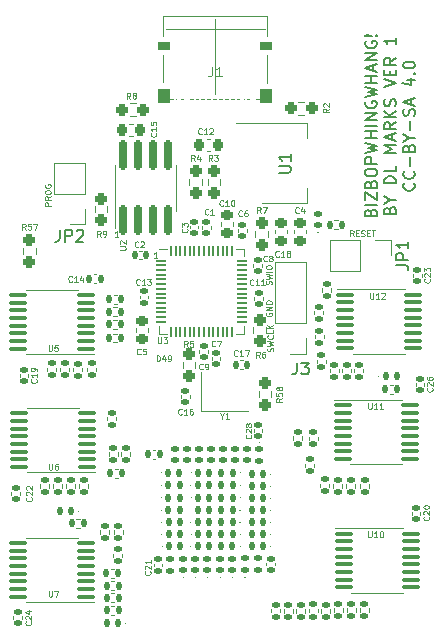
<source format=gbr>
%TF.GenerationSoftware,KiCad,Pcbnew,(6.0.11)*%
%TF.CreationDate,2024-06-23T02:22:26-05:00*%
%TF.ProjectId,BizBopWhingWhang,42697a42-6f70-4576-9869-6e675768616e,rev?*%
%TF.SameCoordinates,Original*%
%TF.FileFunction,Legend,Top*%
%TF.FilePolarity,Positive*%
%FSLAX46Y46*%
G04 Gerber Fmt 4.6, Leading zero omitted, Abs format (unit mm)*
G04 Created by KiCad (PCBNEW (6.0.11)) date 2024-06-23 02:22:26*
%MOMM*%
%LPD*%
G01*
G04 APERTURE LIST*
G04 Aperture macros list*
%AMRoundRect*
0 Rectangle with rounded corners*
0 $1 Rounding radius*
0 $2 $3 $4 $5 $6 $7 $8 $9 X,Y pos of 4 corners*
0 Add a 4 corners polygon primitive as box body*
4,1,4,$2,$3,$4,$5,$6,$7,$8,$9,$2,$3,0*
0 Add four circle primitives for the rounded corners*
1,1,$1+$1,$2,$3*
1,1,$1+$1,$4,$5*
1,1,$1+$1,$6,$7*
1,1,$1+$1,$8,$9*
0 Add four rect primitives between the rounded corners*
20,1,$1+$1,$2,$3,$4,$5,0*
20,1,$1+$1,$4,$5,$6,$7,0*
20,1,$1+$1,$6,$7,$8,$9,0*
20,1,$1+$1,$8,$9,$2,$3,0*%
G04 Aperture macros list end*
%ADD10C,0.125000*%
%ADD11C,0.150000*%
%ADD12C,0.100000*%
%ADD13C,0.120000*%
%ADD14C,0.020000*%
%ADD15RoundRect,0.100000X0.637500X0.100000X-0.637500X0.100000X-0.637500X-0.100000X0.637500X-0.100000X0*%
%ADD16RoundRect,0.135000X-0.185000X0.135000X-0.185000X-0.135000X0.185000X-0.135000X0.185000X0.135000X0*%
%ADD17R,1.400000X1.200000*%
%ADD18RoundRect,0.140000X0.170000X-0.140000X0.170000X0.140000X-0.170000X0.140000X-0.170000X-0.140000X0*%
%ADD19RoundRect,0.147500X-0.147500X-0.172500X0.147500X-0.172500X0.147500X0.172500X-0.147500X0.172500X0*%
%ADD20RoundRect,0.147500X-0.172500X0.147500X-0.172500X-0.147500X0.172500X-0.147500X0.172500X0.147500X0*%
%ADD21RoundRect,0.147500X0.147500X0.172500X-0.147500X0.172500X-0.147500X-0.172500X0.147500X-0.172500X0*%
%ADD22RoundRect,0.147500X0.172500X-0.147500X0.172500X0.147500X-0.172500X0.147500X-0.172500X-0.147500X0*%
%ADD23RoundRect,0.100000X-0.637500X-0.100000X0.637500X-0.100000X0.637500X0.100000X-0.637500X0.100000X0*%
%ADD24R,1.000000X1.200000*%
%ADD25RoundRect,0.135000X-0.135000X-0.185000X0.135000X-0.185000X0.135000X0.185000X-0.135000X0.185000X0*%
%ADD26RoundRect,0.237500X0.237500X-0.250000X0.237500X0.250000X-0.237500X0.250000X-0.237500X-0.250000X0*%
%ADD27RoundRect,0.140000X0.140000X0.170000X-0.140000X0.170000X-0.140000X-0.170000X0.140000X-0.170000X0*%
%ADD28RoundRect,0.225000X0.225000X0.250000X-0.225000X0.250000X-0.225000X-0.250000X0.225000X-0.250000X0*%
%ADD29RoundRect,0.135000X0.185000X-0.135000X0.185000X0.135000X-0.185000X0.135000X-0.185000X-0.135000X0*%
%ADD30RoundRect,0.225000X0.250000X-0.225000X0.250000X0.225000X-0.250000X0.225000X-0.250000X-0.225000X0*%
%ADD31RoundRect,0.135000X0.135000X0.185000X-0.135000X0.185000X-0.135000X-0.185000X0.135000X-0.185000X0*%
%ADD32R,2.000000X1.500000*%
%ADD33R,2.000000X3.800000*%
%ADD34RoundRect,0.237500X0.250000X0.237500X-0.250000X0.237500X-0.250000X-0.237500X0.250000X-0.237500X0*%
%ADD35R,1.700000X1.700000*%
%ADD36O,1.700000X1.700000*%
%ADD37RoundRect,0.225000X-0.250000X0.225000X-0.250000X-0.225000X0.250000X-0.225000X0.250000X0.225000X0*%
%ADD38RoundRect,0.140000X-0.170000X0.140000X-0.170000X-0.140000X0.170000X-0.140000X0.170000X0.140000X0*%
%ADD39RoundRect,0.237500X-0.237500X0.250000X-0.237500X-0.250000X0.237500X-0.250000X0.237500X0.250000X0*%
%ADD40RoundRect,0.225000X-0.225000X-0.250000X0.225000X-0.250000X0.225000X0.250000X-0.225000X0.250000X0*%
%ADD41RoundRect,0.150000X0.150000X-1.125000X0.150000X1.125000X-0.150000X1.125000X-0.150000X-1.125000X0*%
%ADD42RoundRect,0.050000X-0.387500X-0.050000X0.387500X-0.050000X0.387500X0.050000X-0.387500X0.050000X0*%
%ADD43RoundRect,0.050000X-0.050000X-0.387500X0.050000X-0.387500X0.050000X0.387500X-0.050000X0.387500X0*%
%ADD44R,3.200000X3.200000*%
%ADD45RoundRect,0.140000X-0.140000X-0.170000X0.140000X-0.170000X0.140000X0.170000X-0.140000X0.170000X0*%
%ADD46C,0.670000*%
%ADD47R,0.250000X1.450000*%
%ADD48R,0.300000X1.450000*%
%ADD49RoundRect,0.500000X0.000000X0.300000X0.000000X0.300000X0.000000X-0.300000X0.000000X-0.300000X0*%
%ADD50RoundRect,0.500000X0.000000X0.600000X0.000000X0.600000X0.000000X-0.600000X0.000000X-0.600000X0*%
G04 APERTURE END LIST*
D10*
X154150000Y-107240952D02*
X154126190Y-107288571D01*
X154126190Y-107360000D01*
X154150000Y-107431428D01*
X154197619Y-107479047D01*
X154245238Y-107502857D01*
X154340476Y-107526666D01*
X154411904Y-107526666D01*
X154507142Y-107502857D01*
X154554761Y-107479047D01*
X154602380Y-107431428D01*
X154626190Y-107360000D01*
X154626190Y-107312380D01*
X154602380Y-107240952D01*
X154578571Y-107217142D01*
X154411904Y-107217142D01*
X154411904Y-107312380D01*
X154626190Y-107002857D02*
X154126190Y-107002857D01*
X154626190Y-106717142D01*
X154126190Y-106717142D01*
X154626190Y-106479047D02*
X154126190Y-106479047D01*
X154126190Y-106360000D01*
X154150000Y-106288571D01*
X154197619Y-106240952D01*
X154245238Y-106217142D01*
X154340476Y-106193333D01*
X154411904Y-106193333D01*
X154507142Y-106217142D01*
X154554761Y-106240952D01*
X154602380Y-106288571D01*
X154626190Y-106360000D01*
X154626190Y-106479047D01*
X141620857Y-100810190D02*
X141335142Y-100810190D01*
X141478000Y-100810190D02*
X141478000Y-100310190D01*
X141430380Y-100381619D01*
X141382761Y-100429238D01*
X141335142Y-100453047D01*
X154582380Y-104829523D02*
X154606190Y-104758095D01*
X154606190Y-104639047D01*
X154582380Y-104591428D01*
X154558571Y-104567619D01*
X154510952Y-104543809D01*
X154463333Y-104543809D01*
X154415714Y-104567619D01*
X154391904Y-104591428D01*
X154368095Y-104639047D01*
X154344285Y-104734285D01*
X154320476Y-104781904D01*
X154296666Y-104805714D01*
X154249047Y-104829523D01*
X154201428Y-104829523D01*
X154153809Y-104805714D01*
X154130000Y-104781904D01*
X154106190Y-104734285D01*
X154106190Y-104615238D01*
X154130000Y-104543809D01*
X154106190Y-104377142D02*
X154606190Y-104258095D01*
X154249047Y-104162857D01*
X154606190Y-104067619D01*
X154106190Y-103948571D01*
X154606190Y-103758095D02*
X154106190Y-103758095D01*
X154106190Y-103424761D02*
X154106190Y-103329523D01*
X154130000Y-103281904D01*
X154177619Y-103234285D01*
X154272857Y-103210476D01*
X154439523Y-103210476D01*
X154534761Y-103234285D01*
X154582380Y-103281904D01*
X154606190Y-103329523D01*
X154606190Y-103424761D01*
X154582380Y-103472380D01*
X154534761Y-103520000D01*
X154439523Y-103543809D01*
X154272857Y-103543809D01*
X154177619Y-103520000D01*
X154130000Y-103472380D01*
X154106190Y-103424761D01*
X144922857Y-102588190D02*
X144637142Y-102588190D01*
X144780000Y-102588190D02*
X144780000Y-102088190D01*
X144732380Y-102159619D01*
X144684761Y-102207238D01*
X144637142Y-102231047D01*
D11*
X162988571Y-98739523D02*
X163036190Y-98596666D01*
X163083809Y-98549047D01*
X163179047Y-98501428D01*
X163321904Y-98501428D01*
X163417142Y-98549047D01*
X163464761Y-98596666D01*
X163512380Y-98691904D01*
X163512380Y-99072857D01*
X162512380Y-99072857D01*
X162512380Y-98739523D01*
X162560000Y-98644285D01*
X162607619Y-98596666D01*
X162702857Y-98549047D01*
X162798095Y-98549047D01*
X162893333Y-98596666D01*
X162940952Y-98644285D01*
X162988571Y-98739523D01*
X162988571Y-99072857D01*
X163512380Y-98072857D02*
X162512380Y-98072857D01*
X162512380Y-97691904D02*
X162512380Y-97025238D01*
X163512380Y-97691904D01*
X163512380Y-97025238D01*
X162988571Y-96310952D02*
X163036190Y-96168095D01*
X163083809Y-96120476D01*
X163179047Y-96072857D01*
X163321904Y-96072857D01*
X163417142Y-96120476D01*
X163464761Y-96168095D01*
X163512380Y-96263333D01*
X163512380Y-96644285D01*
X162512380Y-96644285D01*
X162512380Y-96310952D01*
X162560000Y-96215714D01*
X162607619Y-96168095D01*
X162702857Y-96120476D01*
X162798095Y-96120476D01*
X162893333Y-96168095D01*
X162940952Y-96215714D01*
X162988571Y-96310952D01*
X162988571Y-96644285D01*
X162512380Y-95453809D02*
X162512380Y-95263333D01*
X162560000Y-95168095D01*
X162655238Y-95072857D01*
X162845714Y-95025238D01*
X163179047Y-95025238D01*
X163369523Y-95072857D01*
X163464761Y-95168095D01*
X163512380Y-95263333D01*
X163512380Y-95453809D01*
X163464761Y-95549047D01*
X163369523Y-95644285D01*
X163179047Y-95691904D01*
X162845714Y-95691904D01*
X162655238Y-95644285D01*
X162560000Y-95549047D01*
X162512380Y-95453809D01*
X163512380Y-94596666D02*
X162512380Y-94596666D01*
X162512380Y-94215714D01*
X162560000Y-94120476D01*
X162607619Y-94072857D01*
X162702857Y-94025238D01*
X162845714Y-94025238D01*
X162940952Y-94072857D01*
X162988571Y-94120476D01*
X163036190Y-94215714D01*
X163036190Y-94596666D01*
X162512380Y-93691904D02*
X163512380Y-93453809D01*
X162798095Y-93263333D01*
X163512380Y-93072857D01*
X162512380Y-92834761D01*
X163512380Y-92453809D02*
X162512380Y-92453809D01*
X162988571Y-92453809D02*
X162988571Y-91882380D01*
X163512380Y-91882380D02*
X162512380Y-91882380D01*
X163512380Y-91406190D02*
X162512380Y-91406190D01*
X163512380Y-90930000D02*
X162512380Y-90930000D01*
X163512380Y-90358571D01*
X162512380Y-90358571D01*
X162560000Y-89358571D02*
X162512380Y-89453809D01*
X162512380Y-89596666D01*
X162560000Y-89739523D01*
X162655238Y-89834761D01*
X162750476Y-89882380D01*
X162940952Y-89930000D01*
X163083809Y-89930000D01*
X163274285Y-89882380D01*
X163369523Y-89834761D01*
X163464761Y-89739523D01*
X163512380Y-89596666D01*
X163512380Y-89501428D01*
X163464761Y-89358571D01*
X163417142Y-89310952D01*
X163083809Y-89310952D01*
X163083809Y-89501428D01*
X162512380Y-88977619D02*
X163512380Y-88739523D01*
X162798095Y-88549047D01*
X163512380Y-88358571D01*
X162512380Y-88120476D01*
X163512380Y-87739523D02*
X162512380Y-87739523D01*
X162988571Y-87739523D02*
X162988571Y-87168095D01*
X163512380Y-87168095D02*
X162512380Y-87168095D01*
X163226666Y-86739523D02*
X163226666Y-86263333D01*
X163512380Y-86834761D02*
X162512380Y-86501428D01*
X163512380Y-86168095D01*
X163512380Y-85834761D02*
X162512380Y-85834761D01*
X163512380Y-85263333D01*
X162512380Y-85263333D01*
X162560000Y-84263333D02*
X162512380Y-84358571D01*
X162512380Y-84501428D01*
X162560000Y-84644285D01*
X162655238Y-84739523D01*
X162750476Y-84787142D01*
X162940952Y-84834761D01*
X163083809Y-84834761D01*
X163274285Y-84787142D01*
X163369523Y-84739523D01*
X163464761Y-84644285D01*
X163512380Y-84501428D01*
X163512380Y-84406190D01*
X163464761Y-84263333D01*
X163417142Y-84215714D01*
X163083809Y-84215714D01*
X163083809Y-84406190D01*
X163417142Y-83787142D02*
X163464761Y-83739523D01*
X163512380Y-83787142D01*
X163464761Y-83834761D01*
X163417142Y-83787142D01*
X163512380Y-83787142D01*
X163131428Y-83787142D02*
X162560000Y-83834761D01*
X162512380Y-83787142D01*
X162560000Y-83739523D01*
X163131428Y-83787142D01*
X162512380Y-83787142D01*
X164598571Y-98549047D02*
X164646190Y-98406190D01*
X164693809Y-98358571D01*
X164789047Y-98310952D01*
X164931904Y-98310952D01*
X165027142Y-98358571D01*
X165074761Y-98406190D01*
X165122380Y-98501428D01*
X165122380Y-98882380D01*
X164122380Y-98882380D01*
X164122380Y-98549047D01*
X164170000Y-98453809D01*
X164217619Y-98406190D01*
X164312857Y-98358571D01*
X164408095Y-98358571D01*
X164503333Y-98406190D01*
X164550952Y-98453809D01*
X164598571Y-98549047D01*
X164598571Y-98882380D01*
X164646190Y-97691904D02*
X165122380Y-97691904D01*
X164122380Y-98025238D02*
X164646190Y-97691904D01*
X164122380Y-97358571D01*
X165122380Y-96263333D02*
X164122380Y-96263333D01*
X164122380Y-96025238D01*
X164170000Y-95882380D01*
X164265238Y-95787142D01*
X164360476Y-95739523D01*
X164550952Y-95691904D01*
X164693809Y-95691904D01*
X164884285Y-95739523D01*
X164979523Y-95787142D01*
X165074761Y-95882380D01*
X165122380Y-96025238D01*
X165122380Y-96263333D01*
X165122380Y-94787142D02*
X165122380Y-95263333D01*
X164122380Y-95263333D01*
X165122380Y-93691904D02*
X164122380Y-93691904D01*
X164836666Y-93358571D01*
X164122380Y-93025238D01*
X165122380Y-93025238D01*
X164836666Y-92596666D02*
X164836666Y-92120476D01*
X165122380Y-92691904D02*
X164122380Y-92358571D01*
X165122380Y-92025238D01*
X165122380Y-91120476D02*
X164646190Y-91453809D01*
X165122380Y-91691904D02*
X164122380Y-91691904D01*
X164122380Y-91310952D01*
X164170000Y-91215714D01*
X164217619Y-91168095D01*
X164312857Y-91120476D01*
X164455714Y-91120476D01*
X164550952Y-91168095D01*
X164598571Y-91215714D01*
X164646190Y-91310952D01*
X164646190Y-91691904D01*
X165122380Y-90691904D02*
X164122380Y-90691904D01*
X165122380Y-90120476D02*
X164550952Y-90549047D01*
X164122380Y-90120476D02*
X164693809Y-90691904D01*
X165074761Y-89739523D02*
X165122380Y-89596666D01*
X165122380Y-89358571D01*
X165074761Y-89263333D01*
X165027142Y-89215714D01*
X164931904Y-89168095D01*
X164836666Y-89168095D01*
X164741428Y-89215714D01*
X164693809Y-89263333D01*
X164646190Y-89358571D01*
X164598571Y-89549047D01*
X164550952Y-89644285D01*
X164503333Y-89691904D01*
X164408095Y-89739523D01*
X164312857Y-89739523D01*
X164217619Y-89691904D01*
X164170000Y-89644285D01*
X164122380Y-89549047D01*
X164122380Y-89310952D01*
X164170000Y-89168095D01*
X164122380Y-88120476D02*
X165122380Y-87787142D01*
X164122380Y-87453809D01*
X164598571Y-87120476D02*
X164598571Y-86787142D01*
X165122380Y-86644285D02*
X165122380Y-87120476D01*
X164122380Y-87120476D01*
X164122380Y-86644285D01*
X165122380Y-85644285D02*
X164646190Y-85977619D01*
X165122380Y-86215714D02*
X164122380Y-86215714D01*
X164122380Y-85834761D01*
X164170000Y-85739523D01*
X164217619Y-85691904D01*
X164312857Y-85644285D01*
X164455714Y-85644285D01*
X164550952Y-85691904D01*
X164598571Y-85739523D01*
X164646190Y-85834761D01*
X164646190Y-86215714D01*
X165122380Y-83930000D02*
X165122380Y-84501428D01*
X165122380Y-84215714D02*
X164122380Y-84215714D01*
X164265238Y-84310952D01*
X164360476Y-84406190D01*
X164408095Y-84501428D01*
X166637142Y-96263333D02*
X166684761Y-96310952D01*
X166732380Y-96453809D01*
X166732380Y-96549047D01*
X166684761Y-96691904D01*
X166589523Y-96787142D01*
X166494285Y-96834761D01*
X166303809Y-96882380D01*
X166160952Y-96882380D01*
X165970476Y-96834761D01*
X165875238Y-96787142D01*
X165780000Y-96691904D01*
X165732380Y-96549047D01*
X165732380Y-96453809D01*
X165780000Y-96310952D01*
X165827619Y-96263333D01*
X166637142Y-95263333D02*
X166684761Y-95310952D01*
X166732380Y-95453809D01*
X166732380Y-95549047D01*
X166684761Y-95691904D01*
X166589523Y-95787142D01*
X166494285Y-95834761D01*
X166303809Y-95882380D01*
X166160952Y-95882380D01*
X165970476Y-95834761D01*
X165875238Y-95787142D01*
X165780000Y-95691904D01*
X165732380Y-95549047D01*
X165732380Y-95453809D01*
X165780000Y-95310952D01*
X165827619Y-95263333D01*
X166351428Y-94834761D02*
X166351428Y-94072857D01*
X166208571Y-93263333D02*
X166256190Y-93120476D01*
X166303809Y-93072857D01*
X166399047Y-93025238D01*
X166541904Y-93025238D01*
X166637142Y-93072857D01*
X166684761Y-93120476D01*
X166732380Y-93215714D01*
X166732380Y-93596666D01*
X165732380Y-93596666D01*
X165732380Y-93263333D01*
X165780000Y-93168095D01*
X165827619Y-93120476D01*
X165922857Y-93072857D01*
X166018095Y-93072857D01*
X166113333Y-93120476D01*
X166160952Y-93168095D01*
X166208571Y-93263333D01*
X166208571Y-93596666D01*
X166256190Y-92406190D02*
X166732380Y-92406190D01*
X165732380Y-92739523D02*
X166256190Y-92406190D01*
X165732380Y-92072857D01*
X166351428Y-91739523D02*
X166351428Y-90977619D01*
X166684761Y-90549047D02*
X166732380Y-90406190D01*
X166732380Y-90168095D01*
X166684761Y-90072857D01*
X166637142Y-90025238D01*
X166541904Y-89977619D01*
X166446666Y-89977619D01*
X166351428Y-90025238D01*
X166303809Y-90072857D01*
X166256190Y-90168095D01*
X166208571Y-90358571D01*
X166160952Y-90453809D01*
X166113333Y-90501428D01*
X166018095Y-90549047D01*
X165922857Y-90549047D01*
X165827619Y-90501428D01*
X165780000Y-90453809D01*
X165732380Y-90358571D01*
X165732380Y-90120476D01*
X165780000Y-89977619D01*
X166446666Y-89596666D02*
X166446666Y-89120476D01*
X166732380Y-89691904D02*
X165732380Y-89358571D01*
X166732380Y-89025238D01*
X166065714Y-87501428D02*
X166732380Y-87501428D01*
X165684761Y-87739523D02*
X166399047Y-87977619D01*
X166399047Y-87358571D01*
X166637142Y-86977619D02*
X166684761Y-86930000D01*
X166732380Y-86977619D01*
X166684761Y-87025238D01*
X166637142Y-86977619D01*
X166732380Y-86977619D01*
X165732380Y-86310952D02*
X165732380Y-86215714D01*
X165780000Y-86120476D01*
X165827619Y-86072857D01*
X165922857Y-86025238D01*
X166113333Y-85977619D01*
X166351428Y-85977619D01*
X166541904Y-86025238D01*
X166637142Y-86072857D01*
X166684761Y-86120476D01*
X166732380Y-86215714D01*
X166732380Y-86310952D01*
X166684761Y-86406190D01*
X166637142Y-86453809D01*
X166541904Y-86501428D01*
X166351428Y-86549047D01*
X166113333Y-86549047D01*
X165922857Y-86501428D01*
X165827619Y-86453809D01*
X165780000Y-86406190D01*
X165732380Y-86310952D01*
D10*
X161543809Y-100756190D02*
X161377142Y-100518095D01*
X161258095Y-100756190D02*
X161258095Y-100256190D01*
X161448571Y-100256190D01*
X161496190Y-100280000D01*
X161520000Y-100303809D01*
X161543809Y-100351428D01*
X161543809Y-100422857D01*
X161520000Y-100470476D01*
X161496190Y-100494285D01*
X161448571Y-100518095D01*
X161258095Y-100518095D01*
X161758095Y-100494285D02*
X161924761Y-100494285D01*
X161996190Y-100756190D02*
X161758095Y-100756190D01*
X161758095Y-100256190D01*
X161996190Y-100256190D01*
X162186666Y-100732380D02*
X162258095Y-100756190D01*
X162377142Y-100756190D01*
X162424761Y-100732380D01*
X162448571Y-100708571D01*
X162472380Y-100660952D01*
X162472380Y-100613333D01*
X162448571Y-100565714D01*
X162424761Y-100541904D01*
X162377142Y-100518095D01*
X162281904Y-100494285D01*
X162234285Y-100470476D01*
X162210476Y-100446666D01*
X162186666Y-100399047D01*
X162186666Y-100351428D01*
X162210476Y-100303809D01*
X162234285Y-100280000D01*
X162281904Y-100256190D01*
X162400952Y-100256190D01*
X162472380Y-100280000D01*
X162686666Y-100494285D02*
X162853333Y-100494285D01*
X162924761Y-100756190D02*
X162686666Y-100756190D01*
X162686666Y-100256190D01*
X162924761Y-100256190D01*
X163067619Y-100256190D02*
X163353333Y-100256190D01*
X163210476Y-100756190D02*
X163210476Y-100256190D01*
X135901190Y-98167857D02*
X135401190Y-98167857D01*
X135401190Y-97977380D01*
X135425000Y-97929761D01*
X135448809Y-97905952D01*
X135496428Y-97882142D01*
X135567857Y-97882142D01*
X135615476Y-97905952D01*
X135639285Y-97929761D01*
X135663095Y-97977380D01*
X135663095Y-98167857D01*
X135901190Y-97382142D02*
X135663095Y-97548809D01*
X135901190Y-97667857D02*
X135401190Y-97667857D01*
X135401190Y-97477380D01*
X135425000Y-97429761D01*
X135448809Y-97405952D01*
X135496428Y-97382142D01*
X135567857Y-97382142D01*
X135615476Y-97405952D01*
X135639285Y-97429761D01*
X135663095Y-97477380D01*
X135663095Y-97667857D01*
X135401190Y-97072619D02*
X135401190Y-96977380D01*
X135425000Y-96929761D01*
X135472619Y-96882142D01*
X135567857Y-96858333D01*
X135734523Y-96858333D01*
X135829761Y-96882142D01*
X135877380Y-96929761D01*
X135901190Y-96977380D01*
X135901190Y-97072619D01*
X135877380Y-97120238D01*
X135829761Y-97167857D01*
X135734523Y-97191666D01*
X135567857Y-97191666D01*
X135472619Y-97167857D01*
X135425000Y-97120238D01*
X135401190Y-97072619D01*
X135425000Y-96382142D02*
X135401190Y-96429761D01*
X135401190Y-96501190D01*
X135425000Y-96572619D01*
X135472619Y-96620238D01*
X135520238Y-96644047D01*
X135615476Y-96667857D01*
X135686904Y-96667857D01*
X135782142Y-96644047D01*
X135829761Y-96620238D01*
X135877380Y-96572619D01*
X135901190Y-96501190D01*
X135901190Y-96453571D01*
X135877380Y-96382142D01*
X135853571Y-96358333D01*
X135686904Y-96358333D01*
X135686904Y-96453571D01*
X154722380Y-110500952D02*
X154746190Y-110429523D01*
X154746190Y-110310476D01*
X154722380Y-110262857D01*
X154698571Y-110239047D01*
X154650952Y-110215238D01*
X154603333Y-110215238D01*
X154555714Y-110239047D01*
X154531904Y-110262857D01*
X154508095Y-110310476D01*
X154484285Y-110405714D01*
X154460476Y-110453333D01*
X154436666Y-110477142D01*
X154389047Y-110500952D01*
X154341428Y-110500952D01*
X154293809Y-110477142D01*
X154270000Y-110453333D01*
X154246190Y-110405714D01*
X154246190Y-110286666D01*
X154270000Y-110215238D01*
X154246190Y-110048571D02*
X154746190Y-109929523D01*
X154389047Y-109834285D01*
X154746190Y-109739047D01*
X154246190Y-109620000D01*
X154698571Y-109143809D02*
X154722380Y-109167619D01*
X154746190Y-109239047D01*
X154746190Y-109286666D01*
X154722380Y-109358095D01*
X154674761Y-109405714D01*
X154627142Y-109429523D01*
X154531904Y-109453333D01*
X154460476Y-109453333D01*
X154365238Y-109429523D01*
X154317619Y-109405714D01*
X154270000Y-109358095D01*
X154246190Y-109286666D01*
X154246190Y-109239047D01*
X154270000Y-109167619D01*
X154293809Y-109143809D01*
X154746190Y-108691428D02*
X154746190Y-108929523D01*
X154246190Y-108929523D01*
X154746190Y-108524761D02*
X154246190Y-108524761D01*
X154746190Y-108239047D02*
X154460476Y-108453333D01*
X154246190Y-108239047D02*
X154531904Y-108524761D01*
D12*
%TO.C,U5*%
X135719047Y-109976190D02*
X135719047Y-110380952D01*
X135742857Y-110428571D01*
X135766666Y-110452380D01*
X135814285Y-110476190D01*
X135909523Y-110476190D01*
X135957142Y-110452380D01*
X135980952Y-110428571D01*
X136004761Y-110380952D01*
X136004761Y-109976190D01*
X136480952Y-109976190D02*
X136242857Y-109976190D01*
X136219047Y-110214285D01*
X136242857Y-110190476D01*
X136290476Y-110166666D01*
X136409523Y-110166666D01*
X136457142Y-110190476D01*
X136480952Y-110214285D01*
X136504761Y-110261904D01*
X136504761Y-110380952D01*
X136480952Y-110428571D01*
X136457142Y-110452380D01*
X136409523Y-110476190D01*
X136290476Y-110476190D01*
X136242857Y-110452380D01*
X136219047Y-110428571D01*
D10*
%TO.C,Y1*%
X150411904Y-115948095D02*
X150411904Y-116186190D01*
X150245238Y-115686190D02*
X150411904Y-115948095D01*
X150578571Y-115686190D01*
X151007142Y-116186190D02*
X150721428Y-116186190D01*
X150864285Y-116186190D02*
X150864285Y-115686190D01*
X150816666Y-115757619D01*
X150769047Y-115805238D01*
X150721428Y-115829047D01*
%TO.C,C13*%
X143442571Y-104826571D02*
X143418761Y-104850380D01*
X143347333Y-104874190D01*
X143299714Y-104874190D01*
X143228285Y-104850380D01*
X143180666Y-104802761D01*
X143156857Y-104755142D01*
X143133047Y-104659904D01*
X143133047Y-104588476D01*
X143156857Y-104493238D01*
X143180666Y-104445619D01*
X143228285Y-104398000D01*
X143299714Y-104374190D01*
X143347333Y-104374190D01*
X143418761Y-104398000D01*
X143442571Y-104421809D01*
X143918761Y-104874190D02*
X143633047Y-104874190D01*
X143775904Y-104874190D02*
X143775904Y-104374190D01*
X143728285Y-104445619D01*
X143680666Y-104493238D01*
X143633047Y-104517047D01*
X144085428Y-104374190D02*
X144394952Y-104374190D01*
X144228285Y-104564666D01*
X144299714Y-104564666D01*
X144347333Y-104588476D01*
X144371142Y-104612285D01*
X144394952Y-104659904D01*
X144394952Y-104778952D01*
X144371142Y-104826571D01*
X144347333Y-104850380D01*
X144299714Y-104874190D01*
X144156857Y-104874190D01*
X144109238Y-104850380D01*
X144085428Y-104826571D01*
D12*
%TO.C,U11*%
X162780952Y-114876190D02*
X162780952Y-115280952D01*
X162804761Y-115328571D01*
X162828571Y-115352380D01*
X162876190Y-115376190D01*
X162971428Y-115376190D01*
X163019047Y-115352380D01*
X163042857Y-115328571D01*
X163066666Y-115280952D01*
X163066666Y-114876190D01*
X163566666Y-115376190D02*
X163280952Y-115376190D01*
X163423809Y-115376190D02*
X163423809Y-114876190D01*
X163376190Y-114947619D01*
X163328571Y-114995238D01*
X163280952Y-115019047D01*
X164042857Y-115376190D02*
X163757142Y-115376190D01*
X163900000Y-115376190D02*
X163900000Y-114876190D01*
X163852380Y-114947619D01*
X163804761Y-114995238D01*
X163757142Y-115019047D01*
%TO.C,D49*%
X144872857Y-111346190D02*
X144872857Y-110846190D01*
X144991904Y-110846190D01*
X145063333Y-110870000D01*
X145110952Y-110917619D01*
X145134761Y-110965238D01*
X145158571Y-111060476D01*
X145158571Y-111131904D01*
X145134761Y-111227142D01*
X145110952Y-111274761D01*
X145063333Y-111322380D01*
X144991904Y-111346190D01*
X144872857Y-111346190D01*
X145587142Y-111012857D02*
X145587142Y-111346190D01*
X145468095Y-110822380D02*
X145349047Y-111179523D01*
X145658571Y-111179523D01*
X145872857Y-111346190D02*
X145968095Y-111346190D01*
X146015714Y-111322380D01*
X146039523Y-111298571D01*
X146087142Y-111227142D01*
X146110952Y-111131904D01*
X146110952Y-110941428D01*
X146087142Y-110893809D01*
X146063333Y-110870000D01*
X146015714Y-110846190D01*
X145920476Y-110846190D01*
X145872857Y-110870000D01*
X145849047Y-110893809D01*
X145825238Y-110941428D01*
X145825238Y-111060476D01*
X145849047Y-111108095D01*
X145872857Y-111131904D01*
X145920476Y-111155714D01*
X146015714Y-111155714D01*
X146063333Y-111131904D01*
X146087142Y-111108095D01*
X146110952Y-111060476D01*
%TO.C,U6*%
X135744047Y-120026190D02*
X135744047Y-120430952D01*
X135767857Y-120478571D01*
X135791666Y-120502380D01*
X135839285Y-120526190D01*
X135934523Y-120526190D01*
X135982142Y-120502380D01*
X136005952Y-120478571D01*
X136029761Y-120430952D01*
X136029761Y-120026190D01*
X136482142Y-120026190D02*
X136386904Y-120026190D01*
X136339285Y-120050000D01*
X136315476Y-120073809D01*
X136267857Y-120145238D01*
X136244047Y-120240476D01*
X136244047Y-120430952D01*
X136267857Y-120478571D01*
X136291666Y-120502380D01*
X136339285Y-120526190D01*
X136434523Y-120526190D01*
X136482142Y-120502380D01*
X136505952Y-120478571D01*
X136529761Y-120430952D01*
X136529761Y-120311904D01*
X136505952Y-120264285D01*
X136482142Y-120240476D01*
X136434523Y-120216666D01*
X136339285Y-120216666D01*
X136291666Y-120240476D01*
X136267857Y-120264285D01*
X136244047Y-120311904D01*
%TO.C,C20*%
X167903571Y-124496428D02*
X167927380Y-124520238D01*
X167951190Y-124591666D01*
X167951190Y-124639285D01*
X167927380Y-124710714D01*
X167879761Y-124758333D01*
X167832142Y-124782142D01*
X167736904Y-124805952D01*
X167665476Y-124805952D01*
X167570238Y-124782142D01*
X167522619Y-124758333D01*
X167475000Y-124710714D01*
X167451190Y-124639285D01*
X167451190Y-124591666D01*
X167475000Y-124520238D01*
X167498809Y-124496428D01*
X167498809Y-124305952D02*
X167475000Y-124282142D01*
X167451190Y-124234523D01*
X167451190Y-124115476D01*
X167475000Y-124067857D01*
X167498809Y-124044047D01*
X167546428Y-124020238D01*
X167594047Y-124020238D01*
X167665476Y-124044047D01*
X167951190Y-124329761D01*
X167951190Y-124020238D01*
X167451190Y-123710714D02*
X167451190Y-123663095D01*
X167475000Y-123615476D01*
X167498809Y-123591666D01*
X167546428Y-123567857D01*
X167641666Y-123544047D01*
X167760714Y-123544047D01*
X167855952Y-123567857D01*
X167903571Y-123591666D01*
X167927380Y-123615476D01*
X167951190Y-123663095D01*
X167951190Y-123710714D01*
X167927380Y-123758333D01*
X167903571Y-123782142D01*
X167855952Y-123805952D01*
X167760714Y-123829761D01*
X167641666Y-123829761D01*
X167546428Y-123805952D01*
X167498809Y-123782142D01*
X167475000Y-123758333D01*
X167451190Y-123710714D01*
D10*
%TO.C,R9*%
X140136666Y-100783690D02*
X139970000Y-100545595D01*
X139850952Y-100783690D02*
X139850952Y-100283690D01*
X140041428Y-100283690D01*
X140089047Y-100307500D01*
X140112857Y-100331309D01*
X140136666Y-100378928D01*
X140136666Y-100450357D01*
X140112857Y-100497976D01*
X140089047Y-100521785D01*
X140041428Y-100545595D01*
X139850952Y-100545595D01*
X140374761Y-100783690D02*
X140470000Y-100783690D01*
X140517619Y-100759880D01*
X140541428Y-100736071D01*
X140589047Y-100664642D01*
X140612857Y-100569404D01*
X140612857Y-100378928D01*
X140589047Y-100331309D01*
X140565238Y-100307500D01*
X140517619Y-100283690D01*
X140422380Y-100283690D01*
X140374761Y-100307500D01*
X140350952Y-100331309D01*
X140327142Y-100378928D01*
X140327142Y-100497976D01*
X140350952Y-100545595D01*
X140374761Y-100569404D01*
X140422380Y-100593214D01*
X140517619Y-100593214D01*
X140565238Y-100569404D01*
X140589047Y-100545595D01*
X140612857Y-100497976D01*
%TO.C,C12*%
X148678571Y-92058571D02*
X148654761Y-92082380D01*
X148583333Y-92106190D01*
X148535714Y-92106190D01*
X148464285Y-92082380D01*
X148416666Y-92034761D01*
X148392857Y-91987142D01*
X148369047Y-91891904D01*
X148369047Y-91820476D01*
X148392857Y-91725238D01*
X148416666Y-91677619D01*
X148464285Y-91630000D01*
X148535714Y-91606190D01*
X148583333Y-91606190D01*
X148654761Y-91630000D01*
X148678571Y-91653809D01*
X149154761Y-92106190D02*
X148869047Y-92106190D01*
X149011904Y-92106190D02*
X149011904Y-91606190D01*
X148964285Y-91677619D01*
X148916666Y-91725238D01*
X148869047Y-91749047D01*
X149345238Y-91653809D02*
X149369047Y-91630000D01*
X149416666Y-91606190D01*
X149535714Y-91606190D01*
X149583333Y-91630000D01*
X149607142Y-91653809D01*
X149630952Y-91701428D01*
X149630952Y-91749047D01*
X149607142Y-91820476D01*
X149321428Y-92106190D01*
X149630952Y-92106190D01*
D12*
%TO.C,R58*%
X155496190Y-114471428D02*
X155258095Y-114638095D01*
X155496190Y-114757142D02*
X154996190Y-114757142D01*
X154996190Y-114566666D01*
X155020000Y-114519047D01*
X155043809Y-114495238D01*
X155091428Y-114471428D01*
X155162857Y-114471428D01*
X155210476Y-114495238D01*
X155234285Y-114519047D01*
X155258095Y-114566666D01*
X155258095Y-114757142D01*
X154996190Y-114019047D02*
X154996190Y-114257142D01*
X155234285Y-114280952D01*
X155210476Y-114257142D01*
X155186666Y-114209523D01*
X155186666Y-114090476D01*
X155210476Y-114042857D01*
X155234285Y-114019047D01*
X155281904Y-113995238D01*
X155400952Y-113995238D01*
X155448571Y-114019047D01*
X155472380Y-114042857D01*
X155496190Y-114090476D01*
X155496190Y-114209523D01*
X155472380Y-114257142D01*
X155448571Y-114280952D01*
X155210476Y-113709523D02*
X155186666Y-113757142D01*
X155162857Y-113780952D01*
X155115238Y-113804761D01*
X155091428Y-113804761D01*
X155043809Y-113780952D01*
X155020000Y-113757142D01*
X154996190Y-113709523D01*
X154996190Y-113614285D01*
X155020000Y-113566666D01*
X155043809Y-113542857D01*
X155091428Y-113519047D01*
X155115238Y-113519047D01*
X155162857Y-113542857D01*
X155186666Y-113566666D01*
X155210476Y-113614285D01*
X155210476Y-113709523D01*
X155234285Y-113757142D01*
X155258095Y-113780952D01*
X155305714Y-113804761D01*
X155400952Y-113804761D01*
X155448571Y-113780952D01*
X155472380Y-113757142D01*
X155496190Y-113709523D01*
X155496190Y-113614285D01*
X155472380Y-113566666D01*
X155448571Y-113542857D01*
X155400952Y-113519047D01*
X155305714Y-113519047D01*
X155258095Y-113542857D01*
X155234285Y-113566666D01*
X155210476Y-113614285D01*
D10*
%TO.C,R3*%
X149586666Y-94386190D02*
X149420000Y-94148095D01*
X149300952Y-94386190D02*
X149300952Y-93886190D01*
X149491428Y-93886190D01*
X149539047Y-93910000D01*
X149562857Y-93933809D01*
X149586666Y-93981428D01*
X149586666Y-94052857D01*
X149562857Y-94100476D01*
X149539047Y-94124285D01*
X149491428Y-94148095D01*
X149300952Y-94148095D01*
X149753333Y-93886190D02*
X150062857Y-93886190D01*
X149896190Y-94076666D01*
X149967619Y-94076666D01*
X150015238Y-94100476D01*
X150039047Y-94124285D01*
X150062857Y-94171904D01*
X150062857Y-94290952D01*
X150039047Y-94338571D01*
X150015238Y-94362380D01*
X149967619Y-94386190D01*
X149824761Y-94386190D01*
X149777142Y-94362380D01*
X149753333Y-94338571D01*
%TO.C,C1*%
X149236666Y-98888571D02*
X149212857Y-98912380D01*
X149141428Y-98936190D01*
X149093809Y-98936190D01*
X149022380Y-98912380D01*
X148974761Y-98864761D01*
X148950952Y-98817142D01*
X148927142Y-98721904D01*
X148927142Y-98650476D01*
X148950952Y-98555238D01*
X148974761Y-98507619D01*
X149022380Y-98460000D01*
X149093809Y-98436190D01*
X149141428Y-98436190D01*
X149212857Y-98460000D01*
X149236666Y-98483809D01*
X149712857Y-98936190D02*
X149427142Y-98936190D01*
X149570000Y-98936190D02*
X149570000Y-98436190D01*
X149522380Y-98507619D01*
X149474761Y-98555238D01*
X149427142Y-98579047D01*
D12*
%TO.C,C26*%
X168203571Y-113596428D02*
X168227380Y-113620238D01*
X168251190Y-113691666D01*
X168251190Y-113739285D01*
X168227380Y-113810714D01*
X168179761Y-113858333D01*
X168132142Y-113882142D01*
X168036904Y-113905952D01*
X167965476Y-113905952D01*
X167870238Y-113882142D01*
X167822619Y-113858333D01*
X167775000Y-113810714D01*
X167751190Y-113739285D01*
X167751190Y-113691666D01*
X167775000Y-113620238D01*
X167798809Y-113596428D01*
X167798809Y-113405952D02*
X167775000Y-113382142D01*
X167751190Y-113334523D01*
X167751190Y-113215476D01*
X167775000Y-113167857D01*
X167798809Y-113144047D01*
X167846428Y-113120238D01*
X167894047Y-113120238D01*
X167965476Y-113144047D01*
X168251190Y-113429761D01*
X168251190Y-113120238D01*
X167751190Y-112691666D02*
X167751190Y-112786904D01*
X167775000Y-112834523D01*
X167798809Y-112858333D01*
X167870238Y-112905952D01*
X167965476Y-112929761D01*
X168155952Y-112929761D01*
X168203571Y-112905952D01*
X168227380Y-112882142D01*
X168251190Y-112834523D01*
X168251190Y-112739285D01*
X168227380Y-112691666D01*
X168203571Y-112667857D01*
X168155952Y-112644047D01*
X168036904Y-112644047D01*
X167989285Y-112667857D01*
X167965476Y-112691666D01*
X167941666Y-112739285D01*
X167941666Y-112834523D01*
X167965476Y-112882142D01*
X167989285Y-112905952D01*
X168036904Y-112929761D01*
D10*
%TO.C,C10*%
X150498571Y-98148571D02*
X150474761Y-98172380D01*
X150403333Y-98196190D01*
X150355714Y-98196190D01*
X150284285Y-98172380D01*
X150236666Y-98124761D01*
X150212857Y-98077142D01*
X150189047Y-97981904D01*
X150189047Y-97910476D01*
X150212857Y-97815238D01*
X150236666Y-97767619D01*
X150284285Y-97720000D01*
X150355714Y-97696190D01*
X150403333Y-97696190D01*
X150474761Y-97720000D01*
X150498571Y-97743809D01*
X150974761Y-98196190D02*
X150689047Y-98196190D01*
X150831904Y-98196190D02*
X150831904Y-97696190D01*
X150784285Y-97767619D01*
X150736666Y-97815238D01*
X150689047Y-97839047D01*
X151284285Y-97696190D02*
X151331904Y-97696190D01*
X151379523Y-97720000D01*
X151403333Y-97743809D01*
X151427142Y-97791428D01*
X151450952Y-97886666D01*
X151450952Y-98005714D01*
X151427142Y-98100952D01*
X151403333Y-98148571D01*
X151379523Y-98172380D01*
X151331904Y-98196190D01*
X151284285Y-98196190D01*
X151236666Y-98172380D01*
X151212857Y-98148571D01*
X151189047Y-98100952D01*
X151165238Y-98005714D01*
X151165238Y-97886666D01*
X151189047Y-97791428D01*
X151212857Y-97743809D01*
X151236666Y-97720000D01*
X151284285Y-97696190D01*
%TO.C,R6*%
X153606666Y-111036190D02*
X153440000Y-110798095D01*
X153320952Y-111036190D02*
X153320952Y-110536190D01*
X153511428Y-110536190D01*
X153559047Y-110560000D01*
X153582857Y-110583809D01*
X153606666Y-110631428D01*
X153606666Y-110702857D01*
X153582857Y-110750476D01*
X153559047Y-110774285D01*
X153511428Y-110798095D01*
X153320952Y-110798095D01*
X154035238Y-110536190D02*
X153940000Y-110536190D01*
X153892380Y-110560000D01*
X153868571Y-110583809D01*
X153820952Y-110655238D01*
X153797142Y-110750476D01*
X153797142Y-110940952D01*
X153820952Y-110988571D01*
X153844761Y-111012380D01*
X153892380Y-111036190D01*
X153987619Y-111036190D01*
X154035238Y-111012380D01*
X154059047Y-110988571D01*
X154082857Y-110940952D01*
X154082857Y-110821904D01*
X154059047Y-110774285D01*
X154035238Y-110750476D01*
X153987619Y-110726666D01*
X153892380Y-110726666D01*
X153844761Y-110750476D01*
X153820952Y-110774285D01*
X153797142Y-110821904D01*
D11*
%TO.C,U1*%
X155212380Y-95371904D02*
X156021904Y-95371904D01*
X156117142Y-95324285D01*
X156164761Y-95276666D01*
X156212380Y-95181428D01*
X156212380Y-94990952D01*
X156164761Y-94895714D01*
X156117142Y-94848095D01*
X156021904Y-94800476D01*
X155212380Y-94800476D01*
X156212380Y-93800476D02*
X156212380Y-94371904D01*
X156212380Y-94086190D02*
X155212380Y-94086190D01*
X155355238Y-94181428D01*
X155450476Y-94276666D01*
X155498095Y-94371904D01*
D12*
%TO.C,R2*%
X159456190Y-89973333D02*
X159218095Y-90140000D01*
X159456190Y-90259047D02*
X158956190Y-90259047D01*
X158956190Y-90068571D01*
X158980000Y-90020952D01*
X159003809Y-89997142D01*
X159051428Y-89973333D01*
X159122857Y-89973333D01*
X159170476Y-89997142D01*
X159194285Y-90020952D01*
X159218095Y-90068571D01*
X159218095Y-90259047D01*
X159003809Y-89782857D02*
X158980000Y-89759047D01*
X158956190Y-89711428D01*
X158956190Y-89592380D01*
X158980000Y-89544761D01*
X159003809Y-89520952D01*
X159051428Y-89497142D01*
X159099047Y-89497142D01*
X159170476Y-89520952D01*
X159456190Y-89806666D01*
X159456190Y-89497142D01*
D11*
%TO.C,J3*%
X156746666Y-111452380D02*
X156746666Y-112166666D01*
X156699047Y-112309523D01*
X156603809Y-112404761D01*
X156460952Y-112452380D01*
X156365714Y-112452380D01*
X157127619Y-111452380D02*
X157746666Y-111452380D01*
X157413333Y-111833333D01*
X157556190Y-111833333D01*
X157651428Y-111880952D01*
X157699047Y-111928571D01*
X157746666Y-112023809D01*
X157746666Y-112261904D01*
X157699047Y-112357142D01*
X157651428Y-112404761D01*
X157556190Y-112452380D01*
X157270476Y-112452380D01*
X157175238Y-112404761D01*
X157127619Y-112357142D01*
D12*
%TO.C,U12*%
X162930952Y-105551190D02*
X162930952Y-105955952D01*
X162954761Y-106003571D01*
X162978571Y-106027380D01*
X163026190Y-106051190D01*
X163121428Y-106051190D01*
X163169047Y-106027380D01*
X163192857Y-106003571D01*
X163216666Y-105955952D01*
X163216666Y-105551190D01*
X163716666Y-106051190D02*
X163430952Y-106051190D01*
X163573809Y-106051190D02*
X163573809Y-105551190D01*
X163526190Y-105622619D01*
X163478571Y-105670238D01*
X163430952Y-105694047D01*
X163907142Y-105598809D02*
X163930952Y-105575000D01*
X163978571Y-105551190D01*
X164097619Y-105551190D01*
X164145238Y-105575000D01*
X164169047Y-105598809D01*
X164192857Y-105646428D01*
X164192857Y-105694047D01*
X164169047Y-105765476D01*
X163883333Y-106051190D01*
X164192857Y-106051190D01*
D10*
%TO.C,C4*%
X156896666Y-98748571D02*
X156872857Y-98772380D01*
X156801428Y-98796190D01*
X156753809Y-98796190D01*
X156682380Y-98772380D01*
X156634761Y-98724761D01*
X156610952Y-98677142D01*
X156587142Y-98581904D01*
X156587142Y-98510476D01*
X156610952Y-98415238D01*
X156634761Y-98367619D01*
X156682380Y-98320000D01*
X156753809Y-98296190D01*
X156801428Y-98296190D01*
X156872857Y-98320000D01*
X156896666Y-98343809D01*
X157325238Y-98462857D02*
X157325238Y-98796190D01*
X157206190Y-98272380D02*
X157087142Y-98629523D01*
X157396666Y-98629523D01*
D12*
%TO.C,C19*%
X134678571Y-112871428D02*
X134702380Y-112895238D01*
X134726190Y-112966666D01*
X134726190Y-113014285D01*
X134702380Y-113085714D01*
X134654761Y-113133333D01*
X134607142Y-113157142D01*
X134511904Y-113180952D01*
X134440476Y-113180952D01*
X134345238Y-113157142D01*
X134297619Y-113133333D01*
X134250000Y-113085714D01*
X134226190Y-113014285D01*
X134226190Y-112966666D01*
X134250000Y-112895238D01*
X134273809Y-112871428D01*
X134726190Y-112395238D02*
X134726190Y-112680952D01*
X134726190Y-112538095D02*
X134226190Y-112538095D01*
X134297619Y-112585714D01*
X134345238Y-112633333D01*
X134369047Y-112680952D01*
X134726190Y-112157142D02*
X134726190Y-112061904D01*
X134702380Y-112014285D01*
X134678571Y-111990476D01*
X134607142Y-111942857D01*
X134511904Y-111919047D01*
X134321428Y-111919047D01*
X134273809Y-111942857D01*
X134250000Y-111966666D01*
X134226190Y-112014285D01*
X134226190Y-112109523D01*
X134250000Y-112157142D01*
X134273809Y-112180952D01*
X134321428Y-112204761D01*
X134440476Y-112204761D01*
X134488095Y-112180952D01*
X134511904Y-112157142D01*
X134535714Y-112109523D01*
X134535714Y-112014285D01*
X134511904Y-111966666D01*
X134488095Y-111942857D01*
X134440476Y-111919047D01*
D10*
%TO.C,R7*%
X153676666Y-98776190D02*
X153510000Y-98538095D01*
X153390952Y-98776190D02*
X153390952Y-98276190D01*
X153581428Y-98276190D01*
X153629047Y-98300000D01*
X153652857Y-98323809D01*
X153676666Y-98371428D01*
X153676666Y-98442857D01*
X153652857Y-98490476D01*
X153629047Y-98514285D01*
X153581428Y-98538095D01*
X153390952Y-98538095D01*
X153843333Y-98276190D02*
X154176666Y-98276190D01*
X153962380Y-98776190D01*
%TO.C,R5*%
X147496666Y-110116190D02*
X147330000Y-109878095D01*
X147210952Y-110116190D02*
X147210952Y-109616190D01*
X147401428Y-109616190D01*
X147449047Y-109640000D01*
X147472857Y-109663809D01*
X147496666Y-109711428D01*
X147496666Y-109782857D01*
X147472857Y-109830476D01*
X147449047Y-109854285D01*
X147401428Y-109878095D01*
X147210952Y-109878095D01*
X147949047Y-109616190D02*
X147710952Y-109616190D01*
X147687142Y-109854285D01*
X147710952Y-109830476D01*
X147758571Y-109806666D01*
X147877619Y-109806666D01*
X147925238Y-109830476D01*
X147949047Y-109854285D01*
X147972857Y-109901904D01*
X147972857Y-110020952D01*
X147949047Y-110068571D01*
X147925238Y-110092380D01*
X147877619Y-110116190D01*
X147758571Y-110116190D01*
X147710952Y-110092380D01*
X147687142Y-110068571D01*
D11*
%TO.C,JP1*%
X165172380Y-103203333D02*
X165886666Y-103203333D01*
X166029523Y-103250952D01*
X166124761Y-103346190D01*
X166172380Y-103489047D01*
X166172380Y-103584285D01*
X166172380Y-102727142D02*
X165172380Y-102727142D01*
X165172380Y-102346190D01*
X165220000Y-102250952D01*
X165267619Y-102203333D01*
X165362857Y-102155714D01*
X165505714Y-102155714D01*
X165600952Y-102203333D01*
X165648571Y-102250952D01*
X165696190Y-102346190D01*
X165696190Y-102727142D01*
X166172380Y-101203333D02*
X166172380Y-101774761D01*
X166172380Y-101489047D02*
X165172380Y-101489047D01*
X165315238Y-101584285D01*
X165410476Y-101679523D01*
X165458095Y-101774761D01*
D12*
%TO.C,R57*%
X133778571Y-100186190D02*
X133611904Y-99948095D01*
X133492857Y-100186190D02*
X133492857Y-99686190D01*
X133683333Y-99686190D01*
X133730952Y-99710000D01*
X133754761Y-99733809D01*
X133778571Y-99781428D01*
X133778571Y-99852857D01*
X133754761Y-99900476D01*
X133730952Y-99924285D01*
X133683333Y-99948095D01*
X133492857Y-99948095D01*
X134230952Y-99686190D02*
X133992857Y-99686190D01*
X133969047Y-99924285D01*
X133992857Y-99900476D01*
X134040476Y-99876666D01*
X134159523Y-99876666D01*
X134207142Y-99900476D01*
X134230952Y-99924285D01*
X134254761Y-99971904D01*
X134254761Y-100090952D01*
X134230952Y-100138571D01*
X134207142Y-100162380D01*
X134159523Y-100186190D01*
X134040476Y-100186190D01*
X133992857Y-100162380D01*
X133969047Y-100138571D01*
X134421428Y-99686190D02*
X134754761Y-99686190D01*
X134540476Y-100186190D01*
%TO.C,U10*%
X162780952Y-125726190D02*
X162780952Y-126130952D01*
X162804761Y-126178571D01*
X162828571Y-126202380D01*
X162876190Y-126226190D01*
X162971428Y-126226190D01*
X163019047Y-126202380D01*
X163042857Y-126178571D01*
X163066666Y-126130952D01*
X163066666Y-125726190D01*
X163566666Y-126226190D02*
X163280952Y-126226190D01*
X163423809Y-126226190D02*
X163423809Y-125726190D01*
X163376190Y-125797619D01*
X163328571Y-125845238D01*
X163280952Y-125869047D01*
X163876190Y-125726190D02*
X163923809Y-125726190D01*
X163971428Y-125750000D01*
X163995238Y-125773809D01*
X164019047Y-125821428D01*
X164042857Y-125916666D01*
X164042857Y-126035714D01*
X164019047Y-126130952D01*
X163995238Y-126178571D01*
X163971428Y-126202380D01*
X163923809Y-126226190D01*
X163876190Y-126226190D01*
X163828571Y-126202380D01*
X163804761Y-126178571D01*
X163780952Y-126130952D01*
X163757142Y-126035714D01*
X163757142Y-125916666D01*
X163780952Y-125821428D01*
X163804761Y-125773809D01*
X163828571Y-125750000D01*
X163876190Y-125726190D01*
D10*
%TO.C,C8*%
X154206666Y-102838571D02*
X154182857Y-102862380D01*
X154111428Y-102886190D01*
X154063809Y-102886190D01*
X153992380Y-102862380D01*
X153944761Y-102814761D01*
X153920952Y-102767142D01*
X153897142Y-102671904D01*
X153897142Y-102600476D01*
X153920952Y-102505238D01*
X153944761Y-102457619D01*
X153992380Y-102410000D01*
X154063809Y-102386190D01*
X154111428Y-102386190D01*
X154182857Y-102410000D01*
X154206666Y-102433809D01*
X154492380Y-102600476D02*
X154444761Y-102576666D01*
X154420952Y-102552857D01*
X154397142Y-102505238D01*
X154397142Y-102481428D01*
X154420952Y-102433809D01*
X154444761Y-102410000D01*
X154492380Y-102386190D01*
X154587619Y-102386190D01*
X154635238Y-102410000D01*
X154659047Y-102433809D01*
X154682857Y-102481428D01*
X154682857Y-102505238D01*
X154659047Y-102552857D01*
X154635238Y-102576666D01*
X154587619Y-102600476D01*
X154492380Y-102600476D01*
X154444761Y-102624285D01*
X154420952Y-102648095D01*
X154397142Y-102695714D01*
X154397142Y-102790952D01*
X154420952Y-102838571D01*
X154444761Y-102862380D01*
X154492380Y-102886190D01*
X154587619Y-102886190D01*
X154635238Y-102862380D01*
X154659047Y-102838571D01*
X154682857Y-102790952D01*
X154682857Y-102695714D01*
X154659047Y-102648095D01*
X154635238Y-102624285D01*
X154587619Y-102600476D01*
D12*
%TO.C,C21*%
X144308571Y-129126428D02*
X144332380Y-129150238D01*
X144356190Y-129221666D01*
X144356190Y-129269285D01*
X144332380Y-129340714D01*
X144284761Y-129388333D01*
X144237142Y-129412142D01*
X144141904Y-129435952D01*
X144070476Y-129435952D01*
X143975238Y-129412142D01*
X143927619Y-129388333D01*
X143880000Y-129340714D01*
X143856190Y-129269285D01*
X143856190Y-129221666D01*
X143880000Y-129150238D01*
X143903809Y-129126428D01*
X143903809Y-128935952D02*
X143880000Y-128912142D01*
X143856190Y-128864523D01*
X143856190Y-128745476D01*
X143880000Y-128697857D01*
X143903809Y-128674047D01*
X143951428Y-128650238D01*
X143999047Y-128650238D01*
X144070476Y-128674047D01*
X144356190Y-128959761D01*
X144356190Y-128650238D01*
X144356190Y-128174047D02*
X144356190Y-128459761D01*
X144356190Y-128316904D02*
X143856190Y-128316904D01*
X143927619Y-128364523D01*
X143975238Y-128412142D01*
X143999047Y-128459761D01*
D10*
%TO.C,C15*%
X144808571Y-92011428D02*
X144832380Y-92035238D01*
X144856190Y-92106666D01*
X144856190Y-92154285D01*
X144832380Y-92225714D01*
X144784761Y-92273333D01*
X144737142Y-92297142D01*
X144641904Y-92320952D01*
X144570476Y-92320952D01*
X144475238Y-92297142D01*
X144427619Y-92273333D01*
X144380000Y-92225714D01*
X144356190Y-92154285D01*
X144356190Y-92106666D01*
X144380000Y-92035238D01*
X144403809Y-92011428D01*
X144856190Y-91535238D02*
X144856190Y-91820952D01*
X144856190Y-91678095D02*
X144356190Y-91678095D01*
X144427619Y-91725714D01*
X144475238Y-91773333D01*
X144499047Y-91820952D01*
X144356190Y-91082857D02*
X144356190Y-91320952D01*
X144594285Y-91344761D01*
X144570476Y-91320952D01*
X144546666Y-91273333D01*
X144546666Y-91154285D01*
X144570476Y-91106666D01*
X144594285Y-91082857D01*
X144641904Y-91059047D01*
X144760952Y-91059047D01*
X144808571Y-91082857D01*
X144832380Y-91106666D01*
X144856190Y-91154285D01*
X144856190Y-91273333D01*
X144832380Y-91320952D01*
X144808571Y-91344761D01*
%TO.C,C18*%
X155218571Y-102448571D02*
X155194761Y-102472380D01*
X155123333Y-102496190D01*
X155075714Y-102496190D01*
X155004285Y-102472380D01*
X154956666Y-102424761D01*
X154932857Y-102377142D01*
X154909047Y-102281904D01*
X154909047Y-102210476D01*
X154932857Y-102115238D01*
X154956666Y-102067619D01*
X155004285Y-102020000D01*
X155075714Y-101996190D01*
X155123333Y-101996190D01*
X155194761Y-102020000D01*
X155218571Y-102043809D01*
X155694761Y-102496190D02*
X155409047Y-102496190D01*
X155551904Y-102496190D02*
X155551904Y-101996190D01*
X155504285Y-102067619D01*
X155456666Y-102115238D01*
X155409047Y-102139047D01*
X155980476Y-102210476D02*
X155932857Y-102186666D01*
X155909047Y-102162857D01*
X155885238Y-102115238D01*
X155885238Y-102091428D01*
X155909047Y-102043809D01*
X155932857Y-102020000D01*
X155980476Y-101996190D01*
X156075714Y-101996190D01*
X156123333Y-102020000D01*
X156147142Y-102043809D01*
X156170952Y-102091428D01*
X156170952Y-102115238D01*
X156147142Y-102162857D01*
X156123333Y-102186666D01*
X156075714Y-102210476D01*
X155980476Y-102210476D01*
X155932857Y-102234285D01*
X155909047Y-102258095D01*
X155885238Y-102305714D01*
X155885238Y-102400952D01*
X155909047Y-102448571D01*
X155932857Y-102472380D01*
X155980476Y-102496190D01*
X156075714Y-102496190D01*
X156123333Y-102472380D01*
X156147142Y-102448571D01*
X156170952Y-102400952D01*
X156170952Y-102305714D01*
X156147142Y-102258095D01*
X156123333Y-102234285D01*
X156075714Y-102210476D01*
D12*
%TO.C,C24*%
X134203571Y-133371428D02*
X134227380Y-133395238D01*
X134251190Y-133466666D01*
X134251190Y-133514285D01*
X134227380Y-133585714D01*
X134179761Y-133633333D01*
X134132142Y-133657142D01*
X134036904Y-133680952D01*
X133965476Y-133680952D01*
X133870238Y-133657142D01*
X133822619Y-133633333D01*
X133775000Y-133585714D01*
X133751190Y-133514285D01*
X133751190Y-133466666D01*
X133775000Y-133395238D01*
X133798809Y-133371428D01*
X133798809Y-133180952D02*
X133775000Y-133157142D01*
X133751190Y-133109523D01*
X133751190Y-132990476D01*
X133775000Y-132942857D01*
X133798809Y-132919047D01*
X133846428Y-132895238D01*
X133894047Y-132895238D01*
X133965476Y-132919047D01*
X134251190Y-133204761D01*
X134251190Y-132895238D01*
X133917857Y-132466666D02*
X134251190Y-132466666D01*
X133727380Y-132585714D02*
X134084523Y-132704761D01*
X134084523Y-132395238D01*
D10*
%TO.C,U2*%
X141746190Y-101900952D02*
X142150952Y-101900952D01*
X142198571Y-101877142D01*
X142222380Y-101853333D01*
X142246190Y-101805714D01*
X142246190Y-101710476D01*
X142222380Y-101662857D01*
X142198571Y-101639047D01*
X142150952Y-101615238D01*
X141746190Y-101615238D01*
X141793809Y-101400952D02*
X141770000Y-101377142D01*
X141746190Y-101329523D01*
X141746190Y-101210476D01*
X141770000Y-101162857D01*
X141793809Y-101139047D01*
X141841428Y-101115238D01*
X141889047Y-101115238D01*
X141960476Y-101139047D01*
X142246190Y-101424761D01*
X142246190Y-101115238D01*
%TO.C,R4*%
X148086666Y-94386190D02*
X147920000Y-94148095D01*
X147800952Y-94386190D02*
X147800952Y-93886190D01*
X147991428Y-93886190D01*
X148039047Y-93910000D01*
X148062857Y-93933809D01*
X148086666Y-93981428D01*
X148086666Y-94052857D01*
X148062857Y-94100476D01*
X148039047Y-94124285D01*
X147991428Y-94148095D01*
X147800952Y-94148095D01*
X148515238Y-94052857D02*
X148515238Y-94386190D01*
X148396190Y-93862380D02*
X148277142Y-94219523D01*
X148586666Y-94219523D01*
D12*
%TO.C,C23*%
X167978571Y-104371428D02*
X168002380Y-104395238D01*
X168026190Y-104466666D01*
X168026190Y-104514285D01*
X168002380Y-104585714D01*
X167954761Y-104633333D01*
X167907142Y-104657142D01*
X167811904Y-104680952D01*
X167740476Y-104680952D01*
X167645238Y-104657142D01*
X167597619Y-104633333D01*
X167550000Y-104585714D01*
X167526190Y-104514285D01*
X167526190Y-104466666D01*
X167550000Y-104395238D01*
X167573809Y-104371428D01*
X167573809Y-104180952D02*
X167550000Y-104157142D01*
X167526190Y-104109523D01*
X167526190Y-103990476D01*
X167550000Y-103942857D01*
X167573809Y-103919047D01*
X167621428Y-103895238D01*
X167669047Y-103895238D01*
X167740476Y-103919047D01*
X168026190Y-104204761D01*
X168026190Y-103895238D01*
X167526190Y-103728571D02*
X167526190Y-103419047D01*
X167716666Y-103585714D01*
X167716666Y-103514285D01*
X167740476Y-103466666D01*
X167764285Y-103442857D01*
X167811904Y-103419047D01*
X167930952Y-103419047D01*
X167978571Y-103442857D01*
X168002380Y-103466666D01*
X168026190Y-103514285D01*
X168026190Y-103657142D01*
X168002380Y-103704761D01*
X167978571Y-103728571D01*
D10*
%TO.C,C16*%
X146988571Y-115818571D02*
X146964761Y-115842380D01*
X146893333Y-115866190D01*
X146845714Y-115866190D01*
X146774285Y-115842380D01*
X146726666Y-115794761D01*
X146702857Y-115747142D01*
X146679047Y-115651904D01*
X146679047Y-115580476D01*
X146702857Y-115485238D01*
X146726666Y-115437619D01*
X146774285Y-115390000D01*
X146845714Y-115366190D01*
X146893333Y-115366190D01*
X146964761Y-115390000D01*
X146988571Y-115413809D01*
X147464761Y-115866190D02*
X147179047Y-115866190D01*
X147321904Y-115866190D02*
X147321904Y-115366190D01*
X147274285Y-115437619D01*
X147226666Y-115485238D01*
X147179047Y-115509047D01*
X147893333Y-115366190D02*
X147798095Y-115366190D01*
X147750476Y-115390000D01*
X147726666Y-115413809D01*
X147679047Y-115485238D01*
X147655238Y-115580476D01*
X147655238Y-115770952D01*
X147679047Y-115818571D01*
X147702857Y-115842380D01*
X147750476Y-115866190D01*
X147845714Y-115866190D01*
X147893333Y-115842380D01*
X147917142Y-115818571D01*
X147940952Y-115770952D01*
X147940952Y-115651904D01*
X147917142Y-115604285D01*
X147893333Y-115580476D01*
X147845714Y-115556666D01*
X147750476Y-115556666D01*
X147702857Y-115580476D01*
X147679047Y-115604285D01*
X147655238Y-115651904D01*
D12*
%TO.C,U7*%
X135719047Y-130776190D02*
X135719047Y-131180952D01*
X135742857Y-131228571D01*
X135766666Y-131252380D01*
X135814285Y-131276190D01*
X135909523Y-131276190D01*
X135957142Y-131252380D01*
X135980952Y-131228571D01*
X136004761Y-131180952D01*
X136004761Y-130776190D01*
X136195238Y-130776190D02*
X136528571Y-130776190D01*
X136314285Y-131276190D01*
D10*
%TO.C,U3*%
X144989047Y-109306190D02*
X144989047Y-109710952D01*
X145012857Y-109758571D01*
X145036666Y-109782380D01*
X145084285Y-109806190D01*
X145179523Y-109806190D01*
X145227142Y-109782380D01*
X145250952Y-109758571D01*
X145274761Y-109710952D01*
X145274761Y-109306190D01*
X145465238Y-109306190D02*
X145774761Y-109306190D01*
X145608095Y-109496666D01*
X145679523Y-109496666D01*
X145727142Y-109520476D01*
X145750952Y-109544285D01*
X145774761Y-109591904D01*
X145774761Y-109710952D01*
X145750952Y-109758571D01*
X145727142Y-109782380D01*
X145679523Y-109806190D01*
X145536666Y-109806190D01*
X145489047Y-109782380D01*
X145465238Y-109758571D01*
%TO.C,C2*%
X143326666Y-101638571D02*
X143302857Y-101662380D01*
X143231428Y-101686190D01*
X143183809Y-101686190D01*
X143112380Y-101662380D01*
X143064761Y-101614761D01*
X143040952Y-101567142D01*
X143017142Y-101471904D01*
X143017142Y-101400476D01*
X143040952Y-101305238D01*
X143064761Y-101257619D01*
X143112380Y-101210000D01*
X143183809Y-101186190D01*
X143231428Y-101186190D01*
X143302857Y-101210000D01*
X143326666Y-101233809D01*
X143517142Y-101233809D02*
X143540952Y-101210000D01*
X143588571Y-101186190D01*
X143707619Y-101186190D01*
X143755238Y-101210000D01*
X143779047Y-101233809D01*
X143802857Y-101281428D01*
X143802857Y-101329047D01*
X143779047Y-101400476D01*
X143493333Y-101686190D01*
X143802857Y-101686190D01*
D12*
%TO.C,C14*%
X137698571Y-104568571D02*
X137674761Y-104592380D01*
X137603333Y-104616190D01*
X137555714Y-104616190D01*
X137484285Y-104592380D01*
X137436666Y-104544761D01*
X137412857Y-104497142D01*
X137389047Y-104401904D01*
X137389047Y-104330476D01*
X137412857Y-104235238D01*
X137436666Y-104187619D01*
X137484285Y-104140000D01*
X137555714Y-104116190D01*
X137603333Y-104116190D01*
X137674761Y-104140000D01*
X137698571Y-104163809D01*
X138174761Y-104616190D02*
X137889047Y-104616190D01*
X138031904Y-104616190D02*
X138031904Y-104116190D01*
X137984285Y-104187619D01*
X137936666Y-104235238D01*
X137889047Y-104259047D01*
X138603333Y-104282857D02*
X138603333Y-104616190D01*
X138484285Y-104092380D02*
X138365238Y-104449523D01*
X138674761Y-104449523D01*
D11*
%TO.C,JP2*%
X136666666Y-100207380D02*
X136666666Y-100921666D01*
X136619047Y-101064523D01*
X136523809Y-101159761D01*
X136380952Y-101207380D01*
X136285714Y-101207380D01*
X137142857Y-101207380D02*
X137142857Y-100207380D01*
X137523809Y-100207380D01*
X137619047Y-100255000D01*
X137666666Y-100302619D01*
X137714285Y-100397857D01*
X137714285Y-100540714D01*
X137666666Y-100635952D01*
X137619047Y-100683571D01*
X137523809Y-100731190D01*
X137142857Y-100731190D01*
X138095238Y-100302619D02*
X138142857Y-100255000D01*
X138238095Y-100207380D01*
X138476190Y-100207380D01*
X138571428Y-100255000D01*
X138619047Y-100302619D01*
X138666666Y-100397857D01*
X138666666Y-100493095D01*
X138619047Y-100635952D01*
X138047619Y-101207380D01*
X138666666Y-101207380D01*
D12*
%TO.C,J1*%
X149563333Y-86384404D02*
X149563333Y-86955833D01*
X149525238Y-87070119D01*
X149449047Y-87146309D01*
X149334761Y-87184404D01*
X149258571Y-87184404D01*
X150363333Y-87184404D02*
X149906190Y-87184404D01*
X150134761Y-87184404D02*
X150134761Y-86384404D01*
X150058571Y-86498690D01*
X149982380Y-86574880D01*
X149906190Y-86612976D01*
D10*
%TO.C,C3*%
X147438571Y-100103333D02*
X147462380Y-100127142D01*
X147486190Y-100198571D01*
X147486190Y-100246190D01*
X147462380Y-100317619D01*
X147414761Y-100365238D01*
X147367142Y-100389047D01*
X147271904Y-100412857D01*
X147200476Y-100412857D01*
X147105238Y-100389047D01*
X147057619Y-100365238D01*
X147010000Y-100317619D01*
X146986190Y-100246190D01*
X146986190Y-100198571D01*
X147010000Y-100127142D01*
X147033809Y-100103333D01*
X146986190Y-99936666D02*
X146986190Y-99627142D01*
X147176666Y-99793809D01*
X147176666Y-99722380D01*
X147200476Y-99674761D01*
X147224285Y-99650952D01*
X147271904Y-99627142D01*
X147390952Y-99627142D01*
X147438571Y-99650952D01*
X147462380Y-99674761D01*
X147486190Y-99722380D01*
X147486190Y-99865238D01*
X147462380Y-99912857D01*
X147438571Y-99936666D01*
D12*
%TO.C,R8*%
X142646666Y-89106190D02*
X142480000Y-88868095D01*
X142360952Y-89106190D02*
X142360952Y-88606190D01*
X142551428Y-88606190D01*
X142599047Y-88630000D01*
X142622857Y-88653809D01*
X142646666Y-88701428D01*
X142646666Y-88772857D01*
X142622857Y-88820476D01*
X142599047Y-88844285D01*
X142551428Y-88868095D01*
X142360952Y-88868095D01*
X142932380Y-88820476D02*
X142884761Y-88796666D01*
X142860952Y-88772857D01*
X142837142Y-88725238D01*
X142837142Y-88701428D01*
X142860952Y-88653809D01*
X142884761Y-88630000D01*
X142932380Y-88606190D01*
X143027619Y-88606190D01*
X143075238Y-88630000D01*
X143099047Y-88653809D01*
X143122857Y-88701428D01*
X143122857Y-88725238D01*
X143099047Y-88772857D01*
X143075238Y-88796666D01*
X143027619Y-88820476D01*
X142932380Y-88820476D01*
X142884761Y-88844285D01*
X142860952Y-88868095D01*
X142837142Y-88915714D01*
X142837142Y-89010952D01*
X142860952Y-89058571D01*
X142884761Y-89082380D01*
X142932380Y-89106190D01*
X143027619Y-89106190D01*
X143075238Y-89082380D01*
X143099047Y-89058571D01*
X143122857Y-89010952D01*
X143122857Y-88915714D01*
X143099047Y-88868095D01*
X143075238Y-88844285D01*
X143027619Y-88820476D01*
D10*
%TO.C,C9*%
X148776666Y-111988571D02*
X148752857Y-112012380D01*
X148681428Y-112036190D01*
X148633809Y-112036190D01*
X148562380Y-112012380D01*
X148514761Y-111964761D01*
X148490952Y-111917142D01*
X148467142Y-111821904D01*
X148467142Y-111750476D01*
X148490952Y-111655238D01*
X148514761Y-111607619D01*
X148562380Y-111560000D01*
X148633809Y-111536190D01*
X148681428Y-111536190D01*
X148752857Y-111560000D01*
X148776666Y-111583809D01*
X149014761Y-112036190D02*
X149110000Y-112036190D01*
X149157619Y-112012380D01*
X149181428Y-111988571D01*
X149229047Y-111917142D01*
X149252857Y-111821904D01*
X149252857Y-111631428D01*
X149229047Y-111583809D01*
X149205238Y-111560000D01*
X149157619Y-111536190D01*
X149062380Y-111536190D01*
X149014761Y-111560000D01*
X148990952Y-111583809D01*
X148967142Y-111631428D01*
X148967142Y-111750476D01*
X148990952Y-111798095D01*
X149014761Y-111821904D01*
X149062380Y-111845714D01*
X149157619Y-111845714D01*
X149205238Y-111821904D01*
X149229047Y-111798095D01*
X149252857Y-111750476D01*
%TO.C,C5*%
X143506666Y-110718571D02*
X143482857Y-110742380D01*
X143411428Y-110766190D01*
X143363809Y-110766190D01*
X143292380Y-110742380D01*
X143244761Y-110694761D01*
X143220952Y-110647142D01*
X143197142Y-110551904D01*
X143197142Y-110480476D01*
X143220952Y-110385238D01*
X143244761Y-110337619D01*
X143292380Y-110290000D01*
X143363809Y-110266190D01*
X143411428Y-110266190D01*
X143482857Y-110290000D01*
X143506666Y-110313809D01*
X143959047Y-110266190D02*
X143720952Y-110266190D01*
X143697142Y-110504285D01*
X143720952Y-110480476D01*
X143768571Y-110456666D01*
X143887619Y-110456666D01*
X143935238Y-110480476D01*
X143959047Y-110504285D01*
X143982857Y-110551904D01*
X143982857Y-110670952D01*
X143959047Y-110718571D01*
X143935238Y-110742380D01*
X143887619Y-110766190D01*
X143768571Y-110766190D01*
X143720952Y-110742380D01*
X143697142Y-110718571D01*
D12*
%TO.C,C28*%
X152848571Y-117561428D02*
X152872380Y-117585238D01*
X152896190Y-117656666D01*
X152896190Y-117704285D01*
X152872380Y-117775714D01*
X152824761Y-117823333D01*
X152777142Y-117847142D01*
X152681904Y-117870952D01*
X152610476Y-117870952D01*
X152515238Y-117847142D01*
X152467619Y-117823333D01*
X152420000Y-117775714D01*
X152396190Y-117704285D01*
X152396190Y-117656666D01*
X152420000Y-117585238D01*
X152443809Y-117561428D01*
X152443809Y-117370952D02*
X152420000Y-117347142D01*
X152396190Y-117299523D01*
X152396190Y-117180476D01*
X152420000Y-117132857D01*
X152443809Y-117109047D01*
X152491428Y-117085238D01*
X152539047Y-117085238D01*
X152610476Y-117109047D01*
X152896190Y-117394761D01*
X152896190Y-117085238D01*
X152610476Y-116799523D02*
X152586666Y-116847142D01*
X152562857Y-116870952D01*
X152515238Y-116894761D01*
X152491428Y-116894761D01*
X152443809Y-116870952D01*
X152420000Y-116847142D01*
X152396190Y-116799523D01*
X152396190Y-116704285D01*
X152420000Y-116656666D01*
X152443809Y-116632857D01*
X152491428Y-116609047D01*
X152515238Y-116609047D01*
X152562857Y-116632857D01*
X152586666Y-116656666D01*
X152610476Y-116704285D01*
X152610476Y-116799523D01*
X152634285Y-116847142D01*
X152658095Y-116870952D01*
X152705714Y-116894761D01*
X152800952Y-116894761D01*
X152848571Y-116870952D01*
X152872380Y-116847142D01*
X152896190Y-116799523D01*
X152896190Y-116704285D01*
X152872380Y-116656666D01*
X152848571Y-116632857D01*
X152800952Y-116609047D01*
X152705714Y-116609047D01*
X152658095Y-116632857D01*
X152634285Y-116656666D01*
X152610476Y-116704285D01*
%TO.C,C22*%
X134263571Y-122871428D02*
X134287380Y-122895238D01*
X134311190Y-122966666D01*
X134311190Y-123014285D01*
X134287380Y-123085714D01*
X134239761Y-123133333D01*
X134192142Y-123157142D01*
X134096904Y-123180952D01*
X134025476Y-123180952D01*
X133930238Y-123157142D01*
X133882619Y-123133333D01*
X133835000Y-123085714D01*
X133811190Y-123014285D01*
X133811190Y-122966666D01*
X133835000Y-122895238D01*
X133858809Y-122871428D01*
X133858809Y-122680952D02*
X133835000Y-122657142D01*
X133811190Y-122609523D01*
X133811190Y-122490476D01*
X133835000Y-122442857D01*
X133858809Y-122419047D01*
X133906428Y-122395238D01*
X133954047Y-122395238D01*
X134025476Y-122419047D01*
X134311190Y-122704761D01*
X134311190Y-122395238D01*
X133858809Y-122204761D02*
X133835000Y-122180952D01*
X133811190Y-122133333D01*
X133811190Y-122014285D01*
X133835000Y-121966666D01*
X133858809Y-121942857D01*
X133906428Y-121919047D01*
X133954047Y-121919047D01*
X134025476Y-121942857D01*
X134311190Y-122228571D01*
X134311190Y-121919047D01*
D10*
%TO.C,C11*%
X153068571Y-104858571D02*
X153044761Y-104882380D01*
X152973333Y-104906190D01*
X152925714Y-104906190D01*
X152854285Y-104882380D01*
X152806666Y-104834761D01*
X152782857Y-104787142D01*
X152759047Y-104691904D01*
X152759047Y-104620476D01*
X152782857Y-104525238D01*
X152806666Y-104477619D01*
X152854285Y-104430000D01*
X152925714Y-104406190D01*
X152973333Y-104406190D01*
X153044761Y-104430000D01*
X153068571Y-104453809D01*
X153544761Y-104906190D02*
X153259047Y-104906190D01*
X153401904Y-104906190D02*
X153401904Y-104406190D01*
X153354285Y-104477619D01*
X153306666Y-104525238D01*
X153259047Y-104549047D01*
X154020952Y-104906190D02*
X153735238Y-104906190D01*
X153878095Y-104906190D02*
X153878095Y-104406190D01*
X153830476Y-104477619D01*
X153782857Y-104525238D01*
X153735238Y-104549047D01*
%TO.C,C17*%
X151718571Y-110838571D02*
X151694761Y-110862380D01*
X151623333Y-110886190D01*
X151575714Y-110886190D01*
X151504285Y-110862380D01*
X151456666Y-110814761D01*
X151432857Y-110767142D01*
X151409047Y-110671904D01*
X151409047Y-110600476D01*
X151432857Y-110505238D01*
X151456666Y-110457619D01*
X151504285Y-110410000D01*
X151575714Y-110386190D01*
X151623333Y-110386190D01*
X151694761Y-110410000D01*
X151718571Y-110433809D01*
X152194761Y-110886190D02*
X151909047Y-110886190D01*
X152051904Y-110886190D02*
X152051904Y-110386190D01*
X152004285Y-110457619D01*
X151956666Y-110505238D01*
X151909047Y-110529047D01*
X152361428Y-110386190D02*
X152694761Y-110386190D01*
X152480476Y-110886190D01*
%TO.C,C7*%
X149836666Y-110038571D02*
X149812857Y-110062380D01*
X149741428Y-110086190D01*
X149693809Y-110086190D01*
X149622380Y-110062380D01*
X149574761Y-110014761D01*
X149550952Y-109967142D01*
X149527142Y-109871904D01*
X149527142Y-109800476D01*
X149550952Y-109705238D01*
X149574761Y-109657619D01*
X149622380Y-109610000D01*
X149693809Y-109586190D01*
X149741428Y-109586190D01*
X149812857Y-109610000D01*
X149836666Y-109633809D01*
X150003333Y-109586190D02*
X150336666Y-109586190D01*
X150122380Y-110086190D01*
%TO.C,C6*%
X152096666Y-99018571D02*
X152072857Y-99042380D01*
X152001428Y-99066190D01*
X151953809Y-99066190D01*
X151882380Y-99042380D01*
X151834761Y-98994761D01*
X151810952Y-98947142D01*
X151787142Y-98851904D01*
X151787142Y-98780476D01*
X151810952Y-98685238D01*
X151834761Y-98637619D01*
X151882380Y-98590000D01*
X151953809Y-98566190D01*
X152001428Y-98566190D01*
X152072857Y-98590000D01*
X152096666Y-98613809D01*
X152525238Y-98566190D02*
X152430000Y-98566190D01*
X152382380Y-98590000D01*
X152358571Y-98613809D01*
X152310952Y-98685238D01*
X152287142Y-98780476D01*
X152287142Y-98970952D01*
X152310952Y-99018571D01*
X152334761Y-99042380D01*
X152382380Y-99066190D01*
X152477619Y-99066190D01*
X152525238Y-99042380D01*
X152549047Y-99018571D01*
X152572857Y-98970952D01*
X152572857Y-98851904D01*
X152549047Y-98804285D01*
X152525238Y-98780476D01*
X152477619Y-98756666D01*
X152382380Y-98756666D01*
X152334761Y-98780476D01*
X152310952Y-98804285D01*
X152287142Y-98851904D01*
D13*
%TO.C,U5*%
X136000000Y-105265000D02*
X133800000Y-105265000D01*
X136000000Y-110735000D02*
X139600000Y-110735000D01*
X136000000Y-105265000D02*
X138200000Y-105265000D01*
X136000000Y-110735000D02*
X133800000Y-110735000D01*
%TO.C,R20*%
X139064000Y-121766359D02*
X139064000Y-122073641D01*
X138304000Y-121766359D02*
X138304000Y-122073641D01*
%TO.C,R44*%
X158245000Y-109096359D02*
X158245000Y-109403641D01*
X159005000Y-109096359D02*
X159005000Y-109403641D01*
%TO.C,Y1*%
X148620000Y-115530000D02*
X152620000Y-115530000D01*
X148620000Y-112230000D02*
X148620000Y-115530000D01*
%TO.C,C13*%
X143450000Y-106017836D02*
X143450000Y-105802164D01*
X144170000Y-106017836D02*
X144170000Y-105802164D01*
D12*
%TO.C,D11*%
X145330000Y-126000000D02*
G75*
G03*
X145330000Y-126000000I-50000J0D01*
G01*
%TO.C,D7*%
X152590000Y-118163000D02*
G75*
G03*
X152590000Y-118163000I-50000J0D01*
G01*
%TO.C,D48*%
X151940000Y-127020000D02*
G75*
G03*
X151940000Y-127020000I-50000J0D01*
G01*
%TO.C,D21*%
X147790000Y-123930000D02*
G75*
G03*
X147790000Y-123930000I-50000J0D01*
G01*
%TO.C,D28*%
X150270000Y-129650000D02*
G75*
G03*
X150270000Y-129650000I-50000J0D01*
G01*
%TO.C,D3*%
X148513000Y-118163000D02*
G75*
G03*
X148513000Y-118163000I-50000J0D01*
G01*
D13*
%TO.C,U11*%
X163475000Y-114607500D02*
X165675000Y-114607500D01*
X163475000Y-120077500D02*
X161275000Y-120077500D01*
X163475000Y-114607500D02*
X159875000Y-114607500D01*
X163475000Y-120077500D02*
X165675000Y-120077500D01*
%TO.C,U6*%
X136090000Y-115275000D02*
X138290000Y-115275000D01*
X136090000Y-115275000D02*
X133890000Y-115275000D01*
X136090000Y-120745000D02*
X133890000Y-120745000D01*
X136090000Y-120745000D02*
X139690000Y-120745000D01*
%TO.C,R25*%
X140986359Y-132820000D02*
X141293641Y-132820000D01*
X140986359Y-132060000D02*
X141293641Y-132060000D01*
%TO.C,R50*%
X157180000Y-117696359D02*
X157180000Y-118003641D01*
X156420000Y-117696359D02*
X156420000Y-118003641D01*
D12*
%TO.C,D37*%
X154556000Y-123952000D02*
G75*
G03*
X154556000Y-123952000I-50000J0D01*
G01*
D13*
%TO.C,C20*%
X166490000Y-124332836D02*
X166490000Y-124117164D01*
X167210000Y-124332836D02*
X167210000Y-124117164D01*
D12*
%TO.C,D17*%
X142270000Y-133530000D02*
G75*
G03*
X142270000Y-133530000I-50000J0D01*
G01*
D13*
%TO.C,R53*%
X158745000Y-121696359D02*
X158745000Y-122003641D01*
X159505000Y-121696359D02*
X159505000Y-122003641D01*
%TO.C,R9*%
X140672500Y-98742224D02*
X140672500Y-98232776D01*
X139627500Y-98742224D02*
X139627500Y-98232776D01*
%TO.C,C27*%
X144757836Y-118860000D02*
X144542164Y-118860000D01*
X144757836Y-119580000D02*
X144542164Y-119580000D01*
%TO.C,C12*%
X149390580Y-93510000D02*
X149109420Y-93510000D01*
X149390580Y-92490000D02*
X149109420Y-92490000D01*
D12*
%TO.C,D2*%
X147497000Y-118163000D02*
G75*
G03*
X147497000Y-118163000I-50000J0D01*
G01*
D13*
%TO.C,R29*%
X141970000Y-127933641D02*
X141970000Y-127626359D01*
X141210000Y-127933641D02*
X141210000Y-127626359D01*
%TO.C,R12*%
X138995000Y-111871359D02*
X138995000Y-112178641D01*
X139755000Y-111871359D02*
X139755000Y-112178641D01*
D12*
%TO.C,D18*%
X147780000Y-127020000D02*
G75*
G03*
X147780000Y-127020000I-50000J0D01*
G01*
%TO.C,D41*%
X163710000Y-112600000D02*
G75*
G03*
X163710000Y-112600000I-50000J0D01*
G01*
D13*
%TO.C,R58*%
X153527500Y-114354724D02*
X153527500Y-113845276D01*
X154572500Y-114354724D02*
X154572500Y-113845276D01*
D12*
%TO.C,D25*%
X153466000Y-129591000D02*
G75*
G03*
X153466000Y-129591000I-50000J0D01*
G01*
%TO.C,D8*%
X153620000Y-118180000D02*
G75*
G03*
X153620000Y-118180000I-50000J0D01*
G01*
D13*
%TO.C,R23*%
X141860000Y-119036359D02*
X141860000Y-119343641D01*
X142620000Y-119036359D02*
X142620000Y-119343641D01*
%TO.C,R3*%
X149227500Y-96424724D02*
X149227500Y-95915276D01*
X150272500Y-96424724D02*
X150272500Y-95915276D01*
%TO.C,C1*%
X149440000Y-100117836D02*
X149440000Y-99902164D01*
X148720000Y-100117836D02*
X148720000Y-99902164D01*
%TO.C,R35*%
X157460000Y-132306359D02*
X157460000Y-132613641D01*
X156700000Y-132306359D02*
X156700000Y-132613641D01*
%TO.C,C26*%
X166790000Y-113407836D02*
X166790000Y-113192164D01*
X167510000Y-113407836D02*
X167510000Y-113192164D01*
%TO.C,C10*%
X151340000Y-99860580D02*
X151340000Y-99579420D01*
X150320000Y-99860580D02*
X150320000Y-99579420D01*
D12*
%TO.C,D15*%
X145300000Y-121830000D02*
G75*
G03*
X145300000Y-121830000I-50000J0D01*
G01*
%TO.C,D6*%
X151561000Y-118163000D02*
G75*
G03*
X151561000Y-118163000I-50000J0D01*
G01*
D13*
%TO.C,R41*%
X160203641Y-99400000D02*
X159896359Y-99400000D01*
X160203641Y-100160000D02*
X159896359Y-100160000D01*
%TO.C,R39*%
X161740000Y-132266359D02*
X161740000Y-132573641D01*
X160980000Y-132266359D02*
X160980000Y-132573641D01*
%TO.C,R6*%
X153067500Y-108984724D02*
X153067500Y-108475276D01*
X154112500Y-108984724D02*
X154112500Y-108475276D01*
%TO.C,R31*%
X140080000Y-125923641D02*
X140080000Y-125616359D01*
X140840000Y-125923641D02*
X140840000Y-125616359D01*
D12*
%TO.C,D5*%
X150545000Y-118163000D02*
G75*
G03*
X150545000Y-118163000I-50000J0D01*
G01*
%TO.C,D46*%
X151970000Y-124960000D02*
G75*
G03*
X151970000Y-124960000I-50000J0D01*
G01*
%TO.C,D44*%
X151950000Y-122890000D02*
G75*
G03*
X151950000Y-122890000I-50000J0D01*
G01*
%TO.C,D10*%
X145330000Y-127020000D02*
G75*
G03*
X145330000Y-127020000I-50000J0D01*
G01*
%TO.C,D16*%
X145277500Y-120790000D02*
G75*
G03*
X145277500Y-120790000I-50000J0D01*
G01*
D13*
%TO.C,R55*%
X161705000Y-121721359D02*
X161705000Y-122028641D01*
X160945000Y-121721359D02*
X160945000Y-122028641D01*
D12*
%TO.C,D35*%
X154556000Y-121920000D02*
G75*
G03*
X154556000Y-121920000I-50000J0D01*
G01*
D13*
%TO.C,U1*%
X153810000Y-97960000D02*
X157570000Y-97960000D01*
X157570000Y-97960000D02*
X157570000Y-96700000D01*
X151560000Y-91140000D02*
X157570000Y-91140000D01*
X157570000Y-91140000D02*
X157570000Y-92400000D01*
%TO.C,R2*%
X157384724Y-90452500D02*
X156875276Y-90452500D01*
X157384724Y-89407500D02*
X156875276Y-89407500D01*
%TO.C,J3*%
X157530000Y-108110000D02*
X157530000Y-102970000D01*
X157530000Y-110710000D02*
X156200000Y-110710000D01*
X157530000Y-102970000D02*
X154870000Y-102970000D01*
X157530000Y-109380000D02*
X157530000Y-110710000D01*
X154870000Y-108110000D02*
X154870000Y-102970000D01*
X157530000Y-108110000D02*
X154870000Y-108110000D01*
%TO.C,U12*%
X163700000Y-110710000D02*
X161500000Y-110710000D01*
X163700000Y-110710000D02*
X165900000Y-110710000D01*
X163700000Y-105240000D02*
X165900000Y-105240000D01*
X163700000Y-105240000D02*
X160100000Y-105240000D01*
D12*
%TO.C,D39*%
X154556000Y-125984000D02*
G75*
G03*
X154556000Y-125984000I-50000J0D01*
G01*
D13*
%TO.C,C4*%
X157510000Y-100239420D02*
X157510000Y-100520580D01*
X156490000Y-100239420D02*
X156490000Y-100520580D01*
%TO.C,R48*%
X161620000Y-111971359D02*
X161620000Y-112278641D01*
X162380000Y-111971359D02*
X162380000Y-112278641D01*
%TO.C,C19*%
X133290000Y-112442164D02*
X133290000Y-112657836D01*
X134010000Y-112442164D02*
X134010000Y-112657836D01*
D12*
%TO.C,D34*%
X154556000Y-120904000D02*
G75*
G03*
X154556000Y-120904000I-50000J0D01*
G01*
D13*
%TO.C,R26*%
X140996359Y-131760000D02*
X141303641Y-131760000D01*
X140996359Y-131000000D02*
X141303641Y-131000000D01*
%TO.C,R52*%
X157745000Y-117721359D02*
X157745000Y-118028641D01*
X158505000Y-117721359D02*
X158505000Y-118028641D01*
%TO.C,R11*%
X137820000Y-111896359D02*
X137820000Y-112203641D01*
X138580000Y-111896359D02*
X138580000Y-112203641D01*
%TO.C,R1*%
X136355000Y-111871359D02*
X136355000Y-112178641D01*
X135595000Y-111871359D02*
X135595000Y-112178641D01*
%TO.C,R10*%
X136720000Y-111871359D02*
X136720000Y-112178641D01*
X137480000Y-111871359D02*
X137480000Y-112178641D01*
D12*
%TO.C,D22*%
X147800000Y-122890000D02*
G75*
G03*
X147800000Y-122890000I-50000J0D01*
G01*
D13*
%TO.C,R7*%
X153237500Y-100305276D02*
X153237500Y-100814724D01*
X154282500Y-100305276D02*
X154282500Y-100814724D01*
%TO.C,R13*%
X141186359Y-108990000D02*
X141493641Y-108990000D01*
X141186359Y-109750000D02*
X141493641Y-109750000D01*
%TO.C,C25*%
X154160000Y-128412164D02*
X154160000Y-128627836D01*
X154880000Y-128412164D02*
X154880000Y-128627836D01*
D12*
%TO.C,D14*%
X145290000Y-122890000D02*
G75*
G03*
X145290000Y-122890000I-50000J0D01*
G01*
%TO.C,D42*%
X151970000Y-120770000D02*
G75*
G03*
X151970000Y-120770000I-50000J0D01*
G01*
D13*
%TO.C,R16*%
X141226359Y-105700000D02*
X141533641Y-105700000D01*
X141226359Y-106460000D02*
X141533641Y-106460000D01*
%TO.C,R56*%
X162120000Y-121746359D02*
X162120000Y-122053641D01*
X162880000Y-121746359D02*
X162880000Y-122053641D01*
%TO.C,R38*%
X160630000Y-132266359D02*
X160630000Y-132573641D01*
X159870000Y-132266359D02*
X159870000Y-132573641D01*
%TO.C,R5*%
X148112500Y-111904724D02*
X148112500Y-111395276D01*
X147067500Y-111904724D02*
X147067500Y-111395276D01*
%TO.C,R18*%
X136879600Y-121766359D02*
X136879600Y-122073641D01*
X136119600Y-121766359D02*
X136119600Y-122073641D01*
D12*
%TO.C,D19*%
X147810000Y-126000000D02*
G75*
G03*
X147810000Y-126000000I-50000J0D01*
G01*
D13*
%TO.C,R21*%
X141306359Y-121220000D02*
X141613641Y-121220000D01*
X141306359Y-120460000D02*
X141613641Y-120460000D01*
%TO.C,JP1*%
X159520000Y-101040000D02*
X159520000Y-103700000D01*
X163390000Y-101040000D02*
X164720000Y-101040000D01*
X164720000Y-101040000D02*
X164720000Y-102370000D01*
X162120000Y-101040000D02*
X159520000Y-101040000D01*
X162120000Y-101040000D02*
X162120000Y-103700000D01*
X162120000Y-103700000D02*
X159520000Y-103700000D01*
%TO.C,R14*%
X141196359Y-107840000D02*
X141503641Y-107840000D01*
X141196359Y-108600000D02*
X141503641Y-108600000D01*
D12*
%TO.C,D26*%
X152400000Y-129610000D02*
G75*
G03*
X152400000Y-129610000I-50000J0D01*
G01*
D13*
%TO.C,R57*%
X133577500Y-101745276D02*
X133577500Y-102254724D01*
X134622500Y-101745276D02*
X134622500Y-102254724D01*
D12*
%TO.C,D32*%
X146080000Y-129670000D02*
G75*
G03*
X146080000Y-129670000I-50000J0D01*
G01*
D13*
%TO.C,U10*%
X163560000Y-125465000D02*
X165760000Y-125465000D01*
X163560000Y-125465000D02*
X159960000Y-125465000D01*
X163560000Y-130935000D02*
X161360000Y-130935000D01*
X163560000Y-130935000D02*
X165760000Y-130935000D01*
%TO.C,C8*%
X153060000Y-103132164D02*
X153060000Y-103347836D01*
X153780000Y-103132164D02*
X153780000Y-103347836D01*
D12*
%TO.C,D23*%
X147804000Y-121830000D02*
G75*
G03*
X147804000Y-121830000I-50000J0D01*
G01*
D13*
%TO.C,C21*%
X144620000Y-128472164D02*
X144620000Y-128687836D01*
X145340000Y-128472164D02*
X145340000Y-128687836D01*
%TO.C,R22*%
X140830000Y-119046359D02*
X140830000Y-119353641D01*
X141590000Y-119046359D02*
X141590000Y-119353641D01*
%TO.C,R37*%
X159560000Y-132316359D02*
X159560000Y-132623641D01*
X158800000Y-132316359D02*
X158800000Y-132623641D01*
%TO.C,C15*%
X142559420Y-91250000D02*
X142840580Y-91250000D01*
X142559420Y-92270000D02*
X142840580Y-92270000D01*
%TO.C,R36*%
X158510000Y-132286359D02*
X158510000Y-132593641D01*
X157750000Y-132286359D02*
X157750000Y-132593641D01*
%TO.C,C18*%
X155910000Y-100239420D02*
X155910000Y-100520580D01*
X154890000Y-100239420D02*
X154890000Y-100520580D01*
%TO.C,C24*%
X133460000Y-132942164D02*
X133460000Y-133157836D01*
X132740000Y-132942164D02*
X132740000Y-133157836D01*
D12*
%TO.C,D40*%
X154556000Y-127000000D02*
G75*
G03*
X154556000Y-127000000I-50000J0D01*
G01*
D13*
%TO.C,U2*%
X146470000Y-96640000D02*
X146470000Y-94690000D01*
X146470000Y-96640000D02*
X146470000Y-98590000D01*
X141350000Y-96640000D02*
X141350000Y-100090000D01*
X141350000Y-96640000D02*
X141350000Y-94690000D01*
D12*
%TO.C,D43*%
X151960000Y-121840000D02*
G75*
G03*
X151960000Y-121840000I-50000J0D01*
G01*
D13*
%TO.C,R4*%
X147647500Y-95925276D02*
X147647500Y-96434724D01*
X148692500Y-95925276D02*
X148692500Y-96434724D01*
%TO.C,R54*%
X160580000Y-121721359D02*
X160580000Y-122028641D01*
X159820000Y-121721359D02*
X159820000Y-122028641D01*
%TO.C,C23*%
X166590000Y-104187836D02*
X166590000Y-103972164D01*
X167310000Y-104187836D02*
X167310000Y-103972164D01*
%TO.C,R27*%
X140986359Y-129980000D02*
X141293641Y-129980000D01*
X140986359Y-130740000D02*
X141293641Y-130740000D01*
%TO.C,C16*%
X146940000Y-114447836D02*
X146940000Y-114232164D01*
X147660000Y-114447836D02*
X147660000Y-114232164D01*
D12*
%TO.C,D45*%
X151960000Y-123950000D02*
G75*
G03*
X151960000Y-123950000I-50000J0D01*
G01*
D13*
%TO.C,U7*%
X136000000Y-131735000D02*
X133800000Y-131735000D01*
X136000000Y-131735000D02*
X139600000Y-131735000D01*
X136000000Y-126265000D02*
X133800000Y-126265000D01*
X136000000Y-126265000D02*
X138200000Y-126265000D01*
%TO.C,U3*%
X145710000Y-109020000D02*
X145060000Y-109020000D01*
X152280000Y-101800000D02*
X152280000Y-102450000D01*
X151630000Y-109020000D02*
X152280000Y-109020000D01*
X145710000Y-101800000D02*
X145060000Y-101800000D01*
X151630000Y-101800000D02*
X152280000Y-101800000D01*
X152280000Y-109020000D02*
X152280000Y-108370000D01*
X145060000Y-109020000D02*
X145060000Y-108370000D01*
D12*
%TO.C,D1*%
X146481000Y-118163000D02*
G75*
G03*
X146481000Y-118163000I-50000J0D01*
G01*
D13*
%TO.C,R15*%
X141196359Y-106780000D02*
X141503641Y-106780000D01*
X141196359Y-107540000D02*
X141503641Y-107540000D01*
%TO.C,R34*%
X155630000Y-132316359D02*
X155630000Y-132623641D01*
X156390000Y-132316359D02*
X156390000Y-132623641D01*
D12*
%TO.C,D24*%
X147804000Y-120770000D02*
G75*
G03*
X147804000Y-120770000I-50000J0D01*
G01*
D13*
%TO.C,C2*%
X143617836Y-101990000D02*
X143402164Y-101990000D01*
X143617836Y-102710000D02*
X143402164Y-102710000D01*
%TO.C,R45*%
X158445000Y-111196359D02*
X158445000Y-111503641D01*
X159205000Y-111196359D02*
X159205000Y-111503641D01*
%TO.C,R46*%
X159520000Y-111971359D02*
X159520000Y-112278641D01*
X160280000Y-111971359D02*
X160280000Y-112278641D01*
D12*
%TO.C,D4*%
X149529000Y-118163000D02*
G75*
G03*
X149529000Y-118163000I-50000J0D01*
G01*
%TO.C,D20*%
X147800000Y-124960000D02*
G75*
G03*
X147800000Y-124960000I-50000J0D01*
G01*
D13*
%TO.C,C14*%
X139542164Y-103990000D02*
X139757836Y-103990000D01*
X139542164Y-104710000D02*
X139757836Y-104710000D01*
%TO.C,R30*%
X142010000Y-125953641D02*
X142010000Y-125646359D01*
X141250000Y-125953641D02*
X141250000Y-125646359D01*
D12*
%TO.C,D12*%
X145327500Y-124980000D02*
G75*
G03*
X145327500Y-124980000I-50000J0D01*
G01*
D13*
%TO.C,JP2*%
X138830000Y-94555000D02*
X136170000Y-94555000D01*
X138830000Y-99755000D02*
X137500000Y-99755000D01*
X138830000Y-97155000D02*
X136170000Y-97155000D01*
X136170000Y-97155000D02*
X136170000Y-94555000D01*
X138830000Y-97155000D02*
X138830000Y-94555000D01*
X138830000Y-98425000D02*
X138830000Y-99755000D01*
D12*
%TO.C,J1*%
X145430000Y-82072500D02*
X154230000Y-82072500D01*
X145430000Y-89172500D02*
X145430000Y-82072500D01*
X145630000Y-83172500D02*
X154030000Y-83172500D01*
X154230000Y-89172500D02*
X154230000Y-82072500D01*
X154230000Y-89172500D02*
X145430000Y-89172500D01*
D14*
X149830000Y-88692500D02*
X149830000Y-82372500D01*
D13*
%TO.C,C3*%
X147690000Y-100097836D02*
X147690000Y-99882164D01*
X148410000Y-100097836D02*
X148410000Y-99882164D01*
%TO.C,R8*%
X143094724Y-90552500D02*
X142585276Y-90552500D01*
X143094724Y-89507500D02*
X142585276Y-89507500D01*
D12*
%TO.C,D38*%
X154556000Y-124968000D02*
G75*
G03*
X154556000Y-124968000I-50000J0D01*
G01*
D13*
%TO.C,C9*%
X148490000Y-110412164D02*
X148490000Y-110627836D01*
X149210000Y-110412164D02*
X149210000Y-110627836D01*
%TO.C,R24*%
X140690000Y-116036359D02*
X140690000Y-116343641D01*
X141450000Y-116036359D02*
X141450000Y-116343641D01*
%TO.C,R17*%
X135762000Y-121766359D02*
X135762000Y-122073641D01*
X135002000Y-121766359D02*
X135002000Y-122073641D01*
D12*
%TO.C,D29*%
X149200000Y-129650000D02*
G75*
G03*
X149200000Y-129650000I-50000J0D01*
G01*
D13*
%TO.C,R43*%
X158220000Y-107071359D02*
X158220000Y-107378641D01*
X158980000Y-107071359D02*
X158980000Y-107378641D01*
D12*
%TO.C,D30*%
X148160000Y-129650000D02*
G75*
G03*
X148160000Y-129650000I-50000J0D01*
G01*
D13*
%TO.C,R51*%
X158230000Y-119996359D02*
X158230000Y-120303641D01*
X157470000Y-119996359D02*
X157470000Y-120303641D01*
%TO.C,C5*%
X144110000Y-108820580D02*
X144110000Y-108539420D01*
X143090000Y-108820580D02*
X143090000Y-108539420D01*
D12*
%TO.C,D9*%
X138282500Y-124040000D02*
G75*
G03*
X138282500Y-124040000I-50000J0D01*
G01*
%TO.C,D27*%
X151340000Y-129630000D02*
G75*
G03*
X151340000Y-129630000I-50000J0D01*
G01*
D13*
%TO.C,R28*%
X140966359Y-129660000D02*
X141273641Y-129660000D01*
X140966359Y-128900000D02*
X141273641Y-128900000D01*
%TO.C,C28*%
X153110000Y-117327836D02*
X153110000Y-117112164D01*
X153830000Y-117327836D02*
X153830000Y-117112164D01*
%TO.C,R47*%
X160570000Y-111971359D02*
X160570000Y-112278641D01*
X161330000Y-111971359D02*
X161330000Y-112278641D01*
%TO.C,C22*%
X132565000Y-122442164D02*
X132565000Y-122657836D01*
X133285000Y-122442164D02*
X133285000Y-122657836D01*
%TO.C,R40*%
X162080000Y-132256359D02*
X162080000Y-132563641D01*
X162840000Y-132256359D02*
X162840000Y-132563641D01*
%TO.C,R32*%
X138046359Y-125440000D02*
X138353641Y-125440000D01*
X138046359Y-124680000D02*
X138353641Y-124680000D01*
%TO.C,R49*%
X164903641Y-113310000D02*
X164596359Y-113310000D01*
X164903641Y-114070000D02*
X164596359Y-114070000D01*
D12*
%TO.C,D31*%
X147120000Y-129650000D02*
G75*
G03*
X147120000Y-129650000I-50000J0D01*
G01*
%TO.C,D36*%
X154556000Y-122936000D02*
G75*
G03*
X154556000Y-122936000I-50000J0D01*
G01*
D13*
%TO.C,C11*%
X153860000Y-106137836D02*
X153860000Y-105922164D01*
X153140000Y-106137836D02*
X153140000Y-105922164D01*
D12*
%TO.C,D33*%
X158546000Y-100427000D02*
G75*
G03*
X158546000Y-100427000I-50000J0D01*
G01*
D13*
%TO.C,C17*%
X152147836Y-111980000D02*
X151932164Y-111980000D01*
X152147836Y-111260000D02*
X151932164Y-111260000D01*
%TO.C,R33*%
X154560000Y-132296359D02*
X154560000Y-132603641D01*
X155320000Y-132296359D02*
X155320000Y-132603641D01*
%TO.C,R42*%
X159640000Y-105136359D02*
X159640000Y-105443641D01*
X158880000Y-105136359D02*
X158880000Y-105443641D01*
%TO.C,R19*%
X137237200Y-121766359D02*
X137237200Y-122073641D01*
X137997200Y-121766359D02*
X137997200Y-122073641D01*
D12*
%TO.C,D13*%
X145300000Y-123950000D02*
G75*
G03*
X145300000Y-123950000I-50000J0D01*
G01*
D13*
%TO.C,C7*%
X149540000Y-110992164D02*
X149540000Y-111207836D01*
X150260000Y-110992164D02*
X150260000Y-111207836D01*
%TO.C,C6*%
X152500000Y-100357836D02*
X152500000Y-100142164D01*
X151780000Y-100357836D02*
X151780000Y-100142164D01*
D12*
%TO.C,D47*%
X151950000Y-126000000D02*
G75*
G03*
X151950000Y-126000000I-50000J0D01*
G01*
%TD*%
%LPC*%
D15*
%TO.C,U5*%
X138862500Y-110275000D03*
X138862500Y-109625000D03*
X138862500Y-108975000D03*
X138862500Y-108325000D03*
X138862500Y-107675000D03*
X138862500Y-107025000D03*
X138862500Y-106375000D03*
X138862500Y-105725000D03*
X133137500Y-105725000D03*
X133137500Y-106375000D03*
X133137500Y-107025000D03*
X133137500Y-107675000D03*
X133137500Y-108325000D03*
X133137500Y-108975000D03*
X133137500Y-109625000D03*
X133137500Y-110275000D03*
%TD*%
D16*
%TO.C,R20*%
X138684000Y-121410000D03*
X138684000Y-122430000D03*
%TD*%
%TO.C,R44*%
X158625000Y-108740000D03*
X158625000Y-109760000D03*
%TD*%
D17*
%TO.C,Y1*%
X149520000Y-114730000D03*
X151720000Y-114730000D03*
X151720000Y-113030000D03*
X149520000Y-113030000D03*
%TD*%
D18*
%TO.C,C13*%
X143810000Y-106390000D03*
X143810000Y-105430000D03*
%TD*%
D19*
%TO.C,D11*%
X145885000Y-126000000D03*
X146855000Y-126000000D03*
%TD*%
D20*
%TO.C,D7*%
X152540000Y-118768000D03*
X152540000Y-119738000D03*
%TD*%
D21*
%TO.C,D48*%
X151285000Y-127020000D03*
X150315000Y-127020000D03*
%TD*%
D19*
%TO.C,D21*%
X148345000Y-123930000D03*
X149315000Y-123930000D03*
%TD*%
D22*
%TO.C,D28*%
X150220000Y-129045000D03*
X150220000Y-128075000D03*
%TD*%
D20*
%TO.C,D3*%
X148463000Y-118768000D03*
X148463000Y-119738000D03*
%TD*%
D23*
%TO.C,U11*%
X160612500Y-115067500D03*
X160612500Y-115717500D03*
X160612500Y-116367500D03*
X160612500Y-117017500D03*
X160612500Y-117667500D03*
X160612500Y-118317500D03*
X160612500Y-118967500D03*
X160612500Y-119617500D03*
X166337500Y-119617500D03*
X166337500Y-118967500D03*
X166337500Y-118317500D03*
X166337500Y-117667500D03*
X166337500Y-117017500D03*
X166337500Y-116367500D03*
X166337500Y-115717500D03*
X166337500Y-115067500D03*
%TD*%
D24*
%TO.C,D49*%
X146140000Y-115480000D03*
X144740000Y-115480000D03*
X146140000Y-112180000D03*
X144740000Y-112180000D03*
%TD*%
D15*
%TO.C,U6*%
X138952500Y-120285000D03*
X138952500Y-119635000D03*
X138952500Y-118985000D03*
X138952500Y-118335000D03*
X138952500Y-117685000D03*
X138952500Y-117035000D03*
X138952500Y-116385000D03*
X138952500Y-115735000D03*
X133227500Y-115735000D03*
X133227500Y-116385000D03*
X133227500Y-117035000D03*
X133227500Y-117685000D03*
X133227500Y-118335000D03*
X133227500Y-118985000D03*
X133227500Y-119635000D03*
X133227500Y-120285000D03*
%TD*%
D25*
%TO.C,R25*%
X140630000Y-132440000D03*
X141650000Y-132440000D03*
%TD*%
D16*
%TO.C,R50*%
X156800000Y-117340000D03*
X156800000Y-118360000D03*
%TD*%
D21*
%TO.C,D37*%
X153901000Y-123952000D03*
X152931000Y-123952000D03*
%TD*%
D18*
%TO.C,C20*%
X166850000Y-124705000D03*
X166850000Y-123745000D03*
%TD*%
D21*
%TO.C,D17*%
X141615000Y-133530000D03*
X140645000Y-133530000D03*
%TD*%
D16*
%TO.C,R53*%
X159125000Y-121340000D03*
X159125000Y-122360000D03*
%TD*%
D26*
%TO.C,R9*%
X140150000Y-99400000D03*
X140150000Y-97575000D03*
%TD*%
D27*
%TO.C,C27*%
X145130000Y-119220000D03*
X144170000Y-119220000D03*
%TD*%
D28*
%TO.C,C12*%
X150025000Y-93000000D03*
X148475000Y-93000000D03*
%TD*%
D20*
%TO.C,D2*%
X147447000Y-118768000D03*
X147447000Y-119738000D03*
%TD*%
D29*
%TO.C,R29*%
X141590000Y-128290000D03*
X141590000Y-127270000D03*
%TD*%
D16*
%TO.C,R12*%
X139375000Y-111515000D03*
X139375000Y-112535000D03*
%TD*%
D19*
%TO.C,D18*%
X148335000Y-127020000D03*
X149305000Y-127020000D03*
%TD*%
%TO.C,D41*%
X164265000Y-112600000D03*
X165235000Y-112600000D03*
%TD*%
D26*
%TO.C,R58*%
X154050000Y-115012500D03*
X154050000Y-113187500D03*
%TD*%
D22*
%TO.C,D25*%
X153416000Y-128986000D03*
X153416000Y-128016000D03*
%TD*%
D20*
%TO.C,D8*%
X153570000Y-118785000D03*
X153570000Y-119755000D03*
%TD*%
D16*
%TO.C,R23*%
X142240000Y-118680000D03*
X142240000Y-119700000D03*
%TD*%
D26*
%TO.C,R3*%
X149750000Y-97082500D03*
X149750000Y-95257500D03*
%TD*%
D18*
%TO.C,C1*%
X149080000Y-100490000D03*
X149080000Y-99530000D03*
%TD*%
D16*
%TO.C,R35*%
X157080000Y-131950000D03*
X157080000Y-132970000D03*
%TD*%
D18*
%TO.C,C26*%
X167150000Y-113780000D03*
X167150000Y-112820000D03*
%TD*%
D30*
%TO.C,C10*%
X150830000Y-100495000D03*
X150830000Y-98945000D03*
%TD*%
D19*
%TO.C,D15*%
X145855000Y-121830000D03*
X146825000Y-121830000D03*
%TD*%
D20*
%TO.C,D6*%
X151511000Y-118768000D03*
X151511000Y-119738000D03*
%TD*%
D31*
%TO.C,R41*%
X160560000Y-99780000D03*
X159540000Y-99780000D03*
%TD*%
D16*
%TO.C,R39*%
X161360000Y-131910000D03*
X161360000Y-132930000D03*
%TD*%
D26*
%TO.C,R6*%
X153590000Y-109642500D03*
X153590000Y-107817500D03*
%TD*%
D29*
%TO.C,R31*%
X140460000Y-126280000D03*
X140460000Y-125260000D03*
%TD*%
D20*
%TO.C,D5*%
X150495000Y-118768000D03*
X150495000Y-119738000D03*
%TD*%
D21*
%TO.C,D46*%
X151315000Y-124960000D03*
X150345000Y-124960000D03*
%TD*%
%TO.C,D44*%
X151295000Y-122890000D03*
X150325000Y-122890000D03*
%TD*%
D19*
%TO.C,D10*%
X145885000Y-127020000D03*
X146855000Y-127020000D03*
%TD*%
%TO.C,D16*%
X145832500Y-120790000D03*
X146802500Y-120790000D03*
%TD*%
D16*
%TO.C,R55*%
X161325000Y-121365000D03*
X161325000Y-122385000D03*
%TD*%
D21*
%TO.C,D35*%
X153901000Y-121920000D03*
X152931000Y-121920000D03*
%TD*%
D32*
%TO.C,U1*%
X152510000Y-92250000D03*
X152510000Y-94550000D03*
D33*
X158810000Y-94550000D03*
D32*
X152510000Y-96850000D03*
%TD*%
D34*
%TO.C,R2*%
X158042500Y-89930000D03*
X156217500Y-89930000D03*
%TD*%
D35*
%TO.C,J3*%
X156200000Y-109380000D03*
D36*
X156200000Y-106840000D03*
X156200000Y-104300000D03*
%TD*%
D23*
%TO.C,U12*%
X160837500Y-105700000D03*
X160837500Y-106350000D03*
X160837500Y-107000000D03*
X160837500Y-107650000D03*
X160837500Y-108300000D03*
X160837500Y-108950000D03*
X160837500Y-109600000D03*
X160837500Y-110250000D03*
X166562500Y-110250000D03*
X166562500Y-109600000D03*
X166562500Y-108950000D03*
X166562500Y-108300000D03*
X166562500Y-107650000D03*
X166562500Y-107000000D03*
X166562500Y-106350000D03*
X166562500Y-105700000D03*
%TD*%
D21*
%TO.C,D39*%
X153901000Y-125984000D03*
X152931000Y-125984000D03*
%TD*%
D37*
%TO.C,C4*%
X157000000Y-99605000D03*
X157000000Y-101155000D03*
%TD*%
D16*
%TO.C,R48*%
X162000000Y-111615000D03*
X162000000Y-112635000D03*
%TD*%
D38*
%TO.C,C19*%
X133650000Y-112070000D03*
X133650000Y-113030000D03*
%TD*%
D21*
%TO.C,D34*%
X153901000Y-120904000D03*
X152931000Y-120904000D03*
%TD*%
D25*
%TO.C,R26*%
X140640000Y-131380000D03*
X141660000Y-131380000D03*
%TD*%
D16*
%TO.C,R52*%
X158125000Y-117365000D03*
X158125000Y-118385000D03*
%TD*%
%TO.C,R11*%
X138200000Y-111540000D03*
X138200000Y-112560000D03*
%TD*%
%TO.C,R1*%
X135975000Y-111515000D03*
X135975000Y-112535000D03*
%TD*%
%TO.C,R10*%
X137100000Y-111515000D03*
X137100000Y-112535000D03*
%TD*%
D19*
%TO.C,D22*%
X148355000Y-122890000D03*
X149325000Y-122890000D03*
%TD*%
D39*
%TO.C,R7*%
X153760000Y-99647500D03*
X153760000Y-101472500D03*
%TD*%
D25*
%TO.C,R13*%
X140830000Y-109370000D03*
X141850000Y-109370000D03*
%TD*%
D38*
%TO.C,C25*%
X154520000Y-128040000D03*
X154520000Y-129000000D03*
%TD*%
D19*
%TO.C,D14*%
X145845000Y-122890000D03*
X146815000Y-122890000D03*
%TD*%
D21*
%TO.C,D42*%
X151315000Y-120770000D03*
X150345000Y-120770000D03*
%TD*%
D25*
%TO.C,R16*%
X140870000Y-106080000D03*
X141890000Y-106080000D03*
%TD*%
D16*
%TO.C,R56*%
X162500000Y-121390000D03*
X162500000Y-122410000D03*
%TD*%
%TO.C,R38*%
X160250000Y-131910000D03*
X160250000Y-132930000D03*
%TD*%
D26*
%TO.C,R5*%
X147590000Y-112562500D03*
X147590000Y-110737500D03*
%TD*%
D16*
%TO.C,R18*%
X136499600Y-121410000D03*
X136499600Y-122430000D03*
%TD*%
D19*
%TO.C,D19*%
X148365000Y-126000000D03*
X149335000Y-126000000D03*
%TD*%
D25*
%TO.C,R21*%
X140950000Y-120840000D03*
X141970000Y-120840000D03*
%TD*%
D35*
%TO.C,JP1*%
X163390000Y-102370000D03*
D36*
X160850000Y-102370000D03*
%TD*%
D25*
%TO.C,R14*%
X140840000Y-108220000D03*
X141860000Y-108220000D03*
%TD*%
D22*
%TO.C,D26*%
X152350000Y-129005000D03*
X152350000Y-128035000D03*
%TD*%
D39*
%TO.C,R57*%
X134100000Y-101087500D03*
X134100000Y-102912500D03*
%TD*%
D22*
%TO.C,D32*%
X146030000Y-129065000D03*
X146030000Y-128095000D03*
%TD*%
D23*
%TO.C,U10*%
X160697500Y-125925000D03*
X160697500Y-126575000D03*
X160697500Y-127225000D03*
X160697500Y-127875000D03*
X160697500Y-128525000D03*
X160697500Y-129175000D03*
X160697500Y-129825000D03*
X160697500Y-130475000D03*
X166422500Y-130475000D03*
X166422500Y-129825000D03*
X166422500Y-129175000D03*
X166422500Y-128525000D03*
X166422500Y-127875000D03*
X166422500Y-127225000D03*
X166422500Y-126575000D03*
X166422500Y-125925000D03*
%TD*%
D38*
%TO.C,C8*%
X153420000Y-102760000D03*
X153420000Y-103720000D03*
%TD*%
D19*
%TO.C,D23*%
X148359000Y-121830000D03*
X149329000Y-121830000D03*
%TD*%
D38*
%TO.C,C21*%
X144980000Y-128100000D03*
X144980000Y-129060000D03*
%TD*%
D16*
%TO.C,R22*%
X141210000Y-118690000D03*
X141210000Y-119710000D03*
%TD*%
%TO.C,R37*%
X159180000Y-131960000D03*
X159180000Y-132980000D03*
%TD*%
D40*
%TO.C,C15*%
X141925000Y-91760000D03*
X143475000Y-91760000D03*
%TD*%
D16*
%TO.C,R36*%
X158130000Y-131930000D03*
X158130000Y-132950000D03*
%TD*%
D37*
%TO.C,C18*%
X155400000Y-99605000D03*
X155400000Y-101155000D03*
%TD*%
D38*
%TO.C,C24*%
X133100000Y-132570000D03*
X133100000Y-133530000D03*
%TD*%
D21*
%TO.C,D40*%
X153901000Y-127000000D03*
X152931000Y-127000000D03*
%TD*%
D41*
%TO.C,U2*%
X142005000Y-99415000D03*
X143275000Y-99415000D03*
X144545000Y-99415000D03*
X145815000Y-99415000D03*
X145815000Y-93865000D03*
X144545000Y-93865000D03*
X143275000Y-93865000D03*
X142005000Y-93865000D03*
%TD*%
D21*
%TO.C,D43*%
X151305000Y-121840000D03*
X150335000Y-121840000D03*
%TD*%
D39*
%TO.C,R4*%
X148170000Y-95267500D03*
X148170000Y-97092500D03*
%TD*%
D16*
%TO.C,R54*%
X160200000Y-121365000D03*
X160200000Y-122385000D03*
%TD*%
D18*
%TO.C,C23*%
X166950000Y-104560000D03*
X166950000Y-103600000D03*
%TD*%
D25*
%TO.C,R27*%
X140630000Y-130360000D03*
X141650000Y-130360000D03*
%TD*%
D18*
%TO.C,C16*%
X147300000Y-114820000D03*
X147300000Y-113860000D03*
%TD*%
D21*
%TO.C,D45*%
X151305000Y-123950000D03*
X150335000Y-123950000D03*
%TD*%
D15*
%TO.C,U7*%
X138862500Y-131275000D03*
X138862500Y-130625000D03*
X138862500Y-129975000D03*
X138862500Y-129325000D03*
X138862500Y-128675000D03*
X138862500Y-128025000D03*
X138862500Y-127375000D03*
X138862500Y-126725000D03*
X133137500Y-126725000D03*
X133137500Y-127375000D03*
X133137500Y-128025000D03*
X133137500Y-128675000D03*
X133137500Y-129325000D03*
X133137500Y-129975000D03*
X133137500Y-130625000D03*
X133137500Y-131275000D03*
%TD*%
D42*
%TO.C,U3*%
X145232500Y-102810000D03*
X145232500Y-103210000D03*
X145232500Y-103610000D03*
X145232500Y-104010000D03*
X145232500Y-104410000D03*
X145232500Y-104810000D03*
X145232500Y-105210000D03*
X145232500Y-105610000D03*
X145232500Y-106010000D03*
X145232500Y-106410000D03*
X145232500Y-106810000D03*
X145232500Y-107210000D03*
X145232500Y-107610000D03*
X145232500Y-108010000D03*
D43*
X146070000Y-108847500D03*
X146470000Y-108847500D03*
X146870000Y-108847500D03*
X147270000Y-108847500D03*
X147670000Y-108847500D03*
X148070000Y-108847500D03*
X148470000Y-108847500D03*
X148870000Y-108847500D03*
X149270000Y-108847500D03*
X149670000Y-108847500D03*
X150070000Y-108847500D03*
X150470000Y-108847500D03*
X150870000Y-108847500D03*
X151270000Y-108847500D03*
D42*
X152107500Y-108010000D03*
X152107500Y-107610000D03*
X152107500Y-107210000D03*
X152107500Y-106810000D03*
X152107500Y-106410000D03*
X152107500Y-106010000D03*
X152107500Y-105610000D03*
X152107500Y-105210000D03*
X152107500Y-104810000D03*
X152107500Y-104410000D03*
X152107500Y-104010000D03*
X152107500Y-103610000D03*
X152107500Y-103210000D03*
X152107500Y-102810000D03*
D43*
X151270000Y-101972500D03*
X150870000Y-101972500D03*
X150470000Y-101972500D03*
X150070000Y-101972500D03*
X149670000Y-101972500D03*
X149270000Y-101972500D03*
X148870000Y-101972500D03*
X148470000Y-101972500D03*
X148070000Y-101972500D03*
X147670000Y-101972500D03*
X147270000Y-101972500D03*
X146870000Y-101972500D03*
X146470000Y-101972500D03*
X146070000Y-101972500D03*
D44*
X148670000Y-105410000D03*
%TD*%
D20*
%TO.C,D1*%
X146431000Y-118768000D03*
X146431000Y-119738000D03*
%TD*%
D25*
%TO.C,R15*%
X140840000Y-107160000D03*
X141860000Y-107160000D03*
%TD*%
D16*
%TO.C,R34*%
X156010000Y-131960000D03*
X156010000Y-132980000D03*
%TD*%
D19*
%TO.C,D24*%
X148359000Y-120770000D03*
X149329000Y-120770000D03*
%TD*%
D27*
%TO.C,C2*%
X143990000Y-102350000D03*
X143030000Y-102350000D03*
%TD*%
D16*
%TO.C,R45*%
X158825000Y-110840000D03*
X158825000Y-111860000D03*
%TD*%
%TO.C,R46*%
X159900000Y-111615000D03*
X159900000Y-112635000D03*
%TD*%
D20*
%TO.C,D4*%
X149479000Y-118768000D03*
X149479000Y-119738000D03*
%TD*%
D19*
%TO.C,D20*%
X148355000Y-124960000D03*
X149325000Y-124960000D03*
%TD*%
D45*
%TO.C,C14*%
X139170000Y-104350000D03*
X140130000Y-104350000D03*
%TD*%
D29*
%TO.C,R30*%
X141630000Y-126310000D03*
X141630000Y-125290000D03*
%TD*%
D19*
%TO.C,D12*%
X145882500Y-124980000D03*
X146852500Y-124980000D03*
%TD*%
D35*
%TO.C,JP2*%
X137500000Y-98425000D03*
D36*
X137500000Y-95885000D03*
%TD*%
D46*
%TO.C,J1*%
X152730000Y-88322500D03*
X146930000Y-88322500D03*
D47*
X153205000Y-89772500D03*
X152405000Y-89772500D03*
X151080000Y-89772500D03*
X150080000Y-89772500D03*
X149580000Y-89772500D03*
X148580000Y-89772500D03*
X147255000Y-89772500D03*
X146455000Y-89772500D03*
D48*
X146730000Y-89772500D03*
X147530000Y-89772500D03*
D47*
X148080000Y-89772500D03*
X149080000Y-89772500D03*
X150580000Y-89772500D03*
X151580000Y-89772500D03*
D48*
X152130000Y-89772500D03*
X152930000Y-89772500D03*
D49*
X145510000Y-84672500D03*
X154150000Y-84672500D03*
D50*
X145510000Y-88852500D03*
X154150000Y-88852500D03*
%TD*%
D18*
%TO.C,C3*%
X148050000Y-100470000D03*
X148050000Y-99510000D03*
%TD*%
D34*
%TO.C,R8*%
X143752500Y-90030000D03*
X141927500Y-90030000D03*
%TD*%
D21*
%TO.C,D38*%
X153901000Y-124968000D03*
X152931000Y-124968000D03*
%TD*%
D38*
%TO.C,C9*%
X148850000Y-110040000D03*
X148850000Y-111000000D03*
%TD*%
D16*
%TO.C,R24*%
X141070000Y-115680000D03*
X141070000Y-116700000D03*
%TD*%
%TO.C,R17*%
X135382000Y-121410000D03*
X135382000Y-122430000D03*
%TD*%
D22*
%TO.C,D29*%
X149150000Y-129045000D03*
X149150000Y-128075000D03*
%TD*%
D16*
%TO.C,R43*%
X158600000Y-106715000D03*
X158600000Y-107735000D03*
%TD*%
D22*
%TO.C,D30*%
X148110000Y-129045000D03*
X148110000Y-128075000D03*
%TD*%
D16*
%TO.C,R51*%
X157850000Y-119640000D03*
X157850000Y-120660000D03*
%TD*%
D30*
%TO.C,C5*%
X143600000Y-109455000D03*
X143600000Y-107905000D03*
%TD*%
D21*
%TO.C,D9*%
X137627500Y-124040000D03*
X136657500Y-124040000D03*
%TD*%
D22*
%TO.C,D27*%
X151290000Y-129025000D03*
X151290000Y-128055000D03*
%TD*%
D25*
%TO.C,R28*%
X140610000Y-129280000D03*
X141630000Y-129280000D03*
%TD*%
D18*
%TO.C,C28*%
X153470000Y-117700000D03*
X153470000Y-116740000D03*
%TD*%
D16*
%TO.C,R47*%
X160950000Y-111615000D03*
X160950000Y-112635000D03*
%TD*%
D38*
%TO.C,C22*%
X132925000Y-122070000D03*
X132925000Y-123030000D03*
%TD*%
D16*
%TO.C,R40*%
X162460000Y-131900000D03*
X162460000Y-132920000D03*
%TD*%
D25*
%TO.C,R32*%
X137690000Y-125060000D03*
X138710000Y-125060000D03*
%TD*%
D31*
%TO.C,R49*%
X165260000Y-113690000D03*
X164240000Y-113690000D03*
%TD*%
D22*
%TO.C,D31*%
X147070000Y-129045000D03*
X147070000Y-128075000D03*
%TD*%
D21*
%TO.C,D36*%
X153901000Y-122936000D03*
X152931000Y-122936000D03*
%TD*%
D18*
%TO.C,C11*%
X153500000Y-106510000D03*
X153500000Y-105550000D03*
%TD*%
D22*
%TO.C,D33*%
X158496000Y-99822000D03*
X158496000Y-98852000D03*
%TD*%
D27*
%TO.C,C17*%
X152520000Y-111620000D03*
X151560000Y-111620000D03*
%TD*%
D16*
%TO.C,R33*%
X154940000Y-131940000D03*
X154940000Y-132960000D03*
%TD*%
%TO.C,R42*%
X159260000Y-104780000D03*
X159260000Y-105800000D03*
%TD*%
%TO.C,R19*%
X137617200Y-121410000D03*
X137617200Y-122430000D03*
%TD*%
D19*
%TO.C,D13*%
X145855000Y-123950000D03*
X146825000Y-123950000D03*
%TD*%
D38*
%TO.C,C7*%
X149900000Y-110620000D03*
X149900000Y-111580000D03*
%TD*%
D18*
%TO.C,C6*%
X152140000Y-100730000D03*
X152140000Y-99770000D03*
%TD*%
D21*
%TO.C,D47*%
X151295000Y-126000000D03*
X150325000Y-126000000D03*
%TD*%
M02*

</source>
